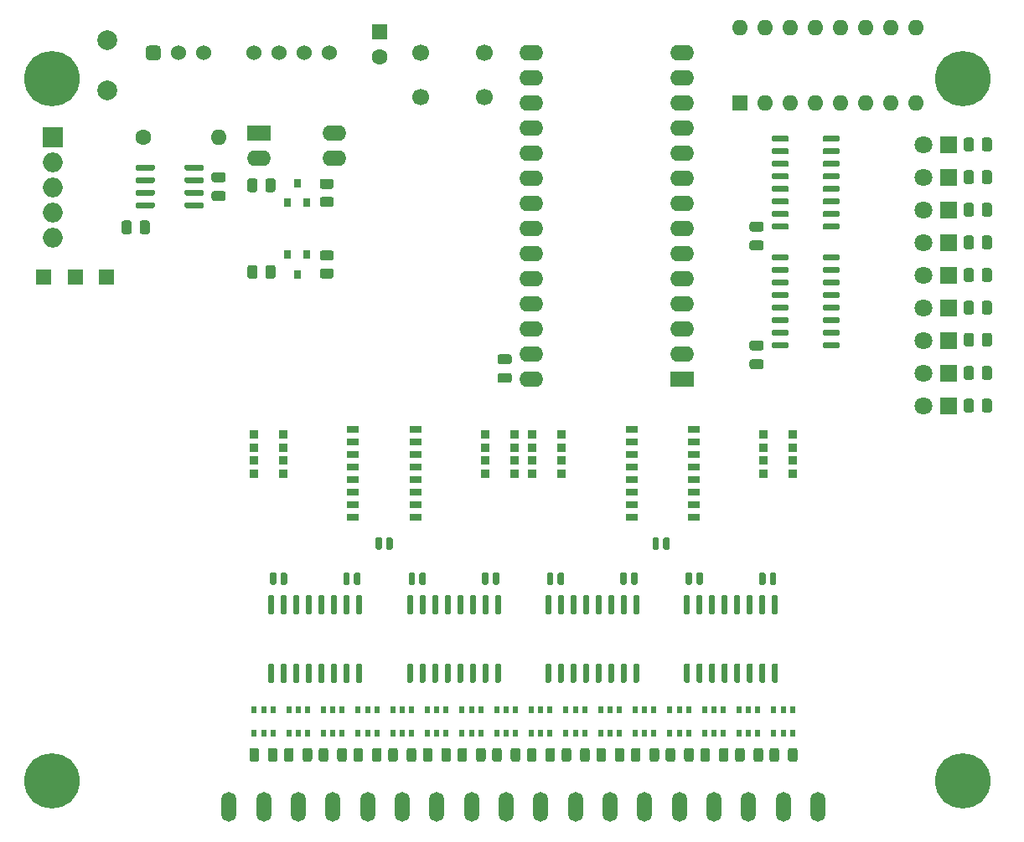
<source format=gts>
G04 #@! TF.GenerationSoftware,KiCad,Pcbnew,(5.1.9-0-10_14)*
G04 #@! TF.CreationDate,2023-02-04T12:07:43+01:00*
G04 #@! TF.ProjectId,SIM108,53494d31-3038-42e6-9b69-6361645f7063,221101*
G04 #@! TF.SameCoordinates,Original*
G04 #@! TF.FileFunction,Soldermask,Top*
G04 #@! TF.FilePolarity,Negative*
%FSLAX46Y46*%
G04 Gerber Fmt 4.6, Leading zero omitted, Abs format (unit mm)*
G04 Created by KiCad (PCBNEW (5.1.9-0-10_14)) date 2023-02-04 12:07:43*
%MOMM*%
%LPD*%
G01*
G04 APERTURE LIST*
%ADD10O,1.500000X3.000000*%
%ADD11R,1.300000X0.800000*%
%ADD12R,0.500000X0.800000*%
%ADD13R,0.900000X0.900000*%
%ADD14C,3.600000*%
%ADD15C,5.600000*%
%ADD16R,0.800000X0.900000*%
%ADD17O,1.600000X1.600000*%
%ADD18R,1.600000X1.600000*%
%ADD19R,1.500000X1.500000*%
%ADD20C,1.524000*%
%ADD21C,1.600000*%
%ADD22C,1.700000*%
%ADD23C,1.800000*%
%ADD24R,1.800000X1.800000*%
%ADD25O,2.000000X2.000000*%
%ADD26R,2.000000X2.000000*%
%ADD27O,2.400000X1.600000*%
%ADD28R,2.400000X1.600000*%
%ADD29C,2.000000*%
G04 APERTURE END LIST*
D10*
X213987100Y-40589200D03*
X210487100Y-40589200D03*
X206987100Y-40589200D03*
X203487100Y-40589200D03*
X199987100Y-40589200D03*
X196487100Y-40589200D03*
X192987100Y-40589200D03*
X189487100Y-40589200D03*
X185987100Y-40589200D03*
G36*
G01*
X210980400Y-35762250D02*
X210980400Y-34849750D01*
G75*
G02*
X211224150Y-34606000I243750J0D01*
G01*
X211711650Y-34606000D01*
G75*
G02*
X211955400Y-34849750I0J-243750D01*
G01*
X211955400Y-35762250D01*
G75*
G02*
X211711650Y-36006000I-243750J0D01*
G01*
X211224150Y-36006000D01*
G75*
G02*
X210980400Y-35762250I0J243750D01*
G01*
G37*
G36*
G01*
X209105400Y-35762250D02*
X209105400Y-34849750D01*
G75*
G02*
X209349150Y-34606000I243750J0D01*
G01*
X209836650Y-34606000D01*
G75*
G02*
X210080400Y-34849750I0J-243750D01*
G01*
X210080400Y-35762250D01*
G75*
G02*
X209836650Y-36006000I-243750J0D01*
G01*
X209349150Y-36006000D01*
G75*
G02*
X209105400Y-35762250I0J243750D01*
G01*
G37*
G36*
G01*
X207498300Y-35762250D02*
X207498300Y-34849750D01*
G75*
G02*
X207742050Y-34606000I243750J0D01*
G01*
X208229550Y-34606000D01*
G75*
G02*
X208473300Y-34849750I0J-243750D01*
G01*
X208473300Y-35762250D01*
G75*
G02*
X208229550Y-36006000I-243750J0D01*
G01*
X207742050Y-36006000D01*
G75*
G02*
X207498300Y-35762250I0J243750D01*
G01*
G37*
G36*
G01*
X205623300Y-35762250D02*
X205623300Y-34849750D01*
G75*
G02*
X205867050Y-34606000I243750J0D01*
G01*
X206354550Y-34606000D01*
G75*
G02*
X206598300Y-34849750I0J-243750D01*
G01*
X206598300Y-35762250D01*
G75*
G02*
X206354550Y-36006000I-243750J0D01*
G01*
X205867050Y-36006000D01*
G75*
G02*
X205623300Y-35762250I0J243750D01*
G01*
G37*
G36*
G01*
X203993100Y-35762250D02*
X203993100Y-34849750D01*
G75*
G02*
X204236850Y-34606000I243750J0D01*
G01*
X204724350Y-34606000D01*
G75*
G02*
X204968100Y-34849750I0J-243750D01*
G01*
X204968100Y-35762250D01*
G75*
G02*
X204724350Y-36006000I-243750J0D01*
G01*
X204236850Y-36006000D01*
G75*
G02*
X203993100Y-35762250I0J243750D01*
G01*
G37*
G36*
G01*
X202118100Y-35762250D02*
X202118100Y-34849750D01*
G75*
G02*
X202361850Y-34606000I243750J0D01*
G01*
X202849350Y-34606000D01*
G75*
G02*
X203093100Y-34849750I0J-243750D01*
G01*
X203093100Y-35762250D01*
G75*
G02*
X202849350Y-36006000I-243750J0D01*
G01*
X202361850Y-36006000D01*
G75*
G02*
X202118100Y-35762250I0J243750D01*
G01*
G37*
G36*
G01*
X200487900Y-35762250D02*
X200487900Y-34849750D01*
G75*
G02*
X200731650Y-34606000I243750J0D01*
G01*
X201219150Y-34606000D01*
G75*
G02*
X201462900Y-34849750I0J-243750D01*
G01*
X201462900Y-35762250D01*
G75*
G02*
X201219150Y-36006000I-243750J0D01*
G01*
X200731650Y-36006000D01*
G75*
G02*
X200487900Y-35762250I0J243750D01*
G01*
G37*
G36*
G01*
X198612900Y-35762250D02*
X198612900Y-34849750D01*
G75*
G02*
X198856650Y-34606000I243750J0D01*
G01*
X199344150Y-34606000D01*
G75*
G02*
X199587900Y-34849750I0J-243750D01*
G01*
X199587900Y-35762250D01*
G75*
G02*
X199344150Y-36006000I-243750J0D01*
G01*
X198856650Y-36006000D01*
G75*
G02*
X198612900Y-35762250I0J243750D01*
G01*
G37*
G36*
G01*
X196982700Y-35762250D02*
X196982700Y-34849750D01*
G75*
G02*
X197226450Y-34606000I243750J0D01*
G01*
X197713950Y-34606000D01*
G75*
G02*
X197957700Y-34849750I0J-243750D01*
G01*
X197957700Y-35762250D01*
G75*
G02*
X197713950Y-36006000I-243750J0D01*
G01*
X197226450Y-36006000D01*
G75*
G02*
X196982700Y-35762250I0J243750D01*
G01*
G37*
G36*
G01*
X195107700Y-35762250D02*
X195107700Y-34849750D01*
G75*
G02*
X195351450Y-34606000I243750J0D01*
G01*
X195838950Y-34606000D01*
G75*
G02*
X196082700Y-34849750I0J-243750D01*
G01*
X196082700Y-35762250D01*
G75*
G02*
X195838950Y-36006000I-243750J0D01*
G01*
X195351450Y-36006000D01*
G75*
G02*
X195107700Y-35762250I0J243750D01*
G01*
G37*
G36*
G01*
X193477500Y-35762250D02*
X193477500Y-34849750D01*
G75*
G02*
X193721250Y-34606000I243750J0D01*
G01*
X194208750Y-34606000D01*
G75*
G02*
X194452500Y-34849750I0J-243750D01*
G01*
X194452500Y-35762250D01*
G75*
G02*
X194208750Y-36006000I-243750J0D01*
G01*
X193721250Y-36006000D01*
G75*
G02*
X193477500Y-35762250I0J243750D01*
G01*
G37*
G36*
G01*
X191602500Y-35762250D02*
X191602500Y-34849750D01*
G75*
G02*
X191846250Y-34606000I243750J0D01*
G01*
X192333750Y-34606000D01*
G75*
G02*
X192577500Y-34849750I0J-243750D01*
G01*
X192577500Y-35762250D01*
G75*
G02*
X192333750Y-36006000I-243750J0D01*
G01*
X191846250Y-36006000D01*
G75*
G02*
X191602500Y-35762250I0J243750D01*
G01*
G37*
G36*
G01*
X189972300Y-35762250D02*
X189972300Y-34849750D01*
G75*
G02*
X190216050Y-34606000I243750J0D01*
G01*
X190703550Y-34606000D01*
G75*
G02*
X190947300Y-34849750I0J-243750D01*
G01*
X190947300Y-35762250D01*
G75*
G02*
X190703550Y-36006000I-243750J0D01*
G01*
X190216050Y-36006000D01*
G75*
G02*
X189972300Y-35762250I0J243750D01*
G01*
G37*
G36*
G01*
X188097300Y-35762250D02*
X188097300Y-34849750D01*
G75*
G02*
X188341050Y-34606000I243750J0D01*
G01*
X188828550Y-34606000D01*
G75*
G02*
X189072300Y-34849750I0J-243750D01*
G01*
X189072300Y-35762250D01*
G75*
G02*
X188828550Y-36006000I-243750J0D01*
G01*
X188341050Y-36006000D01*
G75*
G02*
X188097300Y-35762250I0J243750D01*
G01*
G37*
G36*
G01*
X186467100Y-35762250D02*
X186467100Y-34849750D01*
G75*
G02*
X186710850Y-34606000I243750J0D01*
G01*
X187198350Y-34606000D01*
G75*
G02*
X187442100Y-34849750I0J-243750D01*
G01*
X187442100Y-35762250D01*
G75*
G02*
X187198350Y-36006000I-243750J0D01*
G01*
X186710850Y-36006000D01*
G75*
G02*
X186467100Y-35762250I0J243750D01*
G01*
G37*
G36*
G01*
X184592100Y-35762250D02*
X184592100Y-34849750D01*
G75*
G02*
X184835850Y-34606000I243750J0D01*
G01*
X185323350Y-34606000D01*
G75*
G02*
X185567100Y-34849750I0J-243750D01*
G01*
X185567100Y-35762250D01*
G75*
G02*
X185323350Y-36006000I-243750J0D01*
G01*
X184835850Y-36006000D01*
G75*
G02*
X184592100Y-35762250I0J243750D01*
G01*
G37*
G36*
G01*
X182961900Y-35762250D02*
X182961900Y-34849750D01*
G75*
G02*
X183205650Y-34606000I243750J0D01*
G01*
X183693150Y-34606000D01*
G75*
G02*
X183936900Y-34849750I0J-243750D01*
G01*
X183936900Y-35762250D01*
G75*
G02*
X183693150Y-36006000I-243750J0D01*
G01*
X183205650Y-36006000D01*
G75*
G02*
X182961900Y-35762250I0J243750D01*
G01*
G37*
G36*
G01*
X181086900Y-35762250D02*
X181086900Y-34849750D01*
G75*
G02*
X181330650Y-34606000I243750J0D01*
G01*
X181818150Y-34606000D01*
G75*
G02*
X182061900Y-34849750I0J-243750D01*
G01*
X182061900Y-35762250D01*
G75*
G02*
X181818150Y-36006000I-243750J0D01*
G01*
X181330650Y-36006000D01*
G75*
G02*
X181086900Y-35762250I0J243750D01*
G01*
G37*
G36*
G01*
X179456700Y-35762250D02*
X179456700Y-34849750D01*
G75*
G02*
X179700450Y-34606000I243750J0D01*
G01*
X180187950Y-34606000D01*
G75*
G02*
X180431700Y-34849750I0J-243750D01*
G01*
X180431700Y-35762250D01*
G75*
G02*
X180187950Y-36006000I-243750J0D01*
G01*
X179700450Y-36006000D01*
G75*
G02*
X179456700Y-35762250I0J243750D01*
G01*
G37*
G36*
G01*
X177581700Y-35762250D02*
X177581700Y-34849750D01*
G75*
G02*
X177825450Y-34606000I243750J0D01*
G01*
X178312950Y-34606000D01*
G75*
G02*
X178556700Y-34849750I0J-243750D01*
G01*
X178556700Y-35762250D01*
G75*
G02*
X178312950Y-36006000I-243750J0D01*
G01*
X177825450Y-36006000D01*
G75*
G02*
X177581700Y-35762250I0J243750D01*
G01*
G37*
G36*
G01*
X175951500Y-35762250D02*
X175951500Y-34849750D01*
G75*
G02*
X176195250Y-34606000I243750J0D01*
G01*
X176682750Y-34606000D01*
G75*
G02*
X176926500Y-34849750I0J-243750D01*
G01*
X176926500Y-35762250D01*
G75*
G02*
X176682750Y-36006000I-243750J0D01*
G01*
X176195250Y-36006000D01*
G75*
G02*
X175951500Y-35762250I0J243750D01*
G01*
G37*
G36*
G01*
X174076500Y-35762250D02*
X174076500Y-34849750D01*
G75*
G02*
X174320250Y-34606000I243750J0D01*
G01*
X174807750Y-34606000D01*
G75*
G02*
X175051500Y-34849750I0J-243750D01*
G01*
X175051500Y-35762250D01*
G75*
G02*
X174807750Y-36006000I-243750J0D01*
G01*
X174320250Y-36006000D01*
G75*
G02*
X174076500Y-35762250I0J243750D01*
G01*
G37*
G36*
G01*
X172446300Y-35762250D02*
X172446300Y-34849750D01*
G75*
G02*
X172690050Y-34606000I243750J0D01*
G01*
X173177550Y-34606000D01*
G75*
G02*
X173421300Y-34849750I0J-243750D01*
G01*
X173421300Y-35762250D01*
G75*
G02*
X173177550Y-36006000I-243750J0D01*
G01*
X172690050Y-36006000D01*
G75*
G02*
X172446300Y-35762250I0J243750D01*
G01*
G37*
G36*
G01*
X170571300Y-35762250D02*
X170571300Y-34849750D01*
G75*
G02*
X170815050Y-34606000I243750J0D01*
G01*
X171302550Y-34606000D01*
G75*
G02*
X171546300Y-34849750I0J-243750D01*
G01*
X171546300Y-35762250D01*
G75*
G02*
X171302550Y-36006000I-243750J0D01*
G01*
X170815050Y-36006000D01*
G75*
G02*
X170571300Y-35762250I0J243750D01*
G01*
G37*
G36*
G01*
X168941100Y-35762250D02*
X168941100Y-34849750D01*
G75*
G02*
X169184850Y-34606000I243750J0D01*
G01*
X169672350Y-34606000D01*
G75*
G02*
X169916100Y-34849750I0J-243750D01*
G01*
X169916100Y-35762250D01*
G75*
G02*
X169672350Y-36006000I-243750J0D01*
G01*
X169184850Y-36006000D01*
G75*
G02*
X168941100Y-35762250I0J243750D01*
G01*
G37*
G36*
G01*
X167066100Y-35762250D02*
X167066100Y-34849750D01*
G75*
G02*
X167309850Y-34606000I243750J0D01*
G01*
X167797350Y-34606000D01*
G75*
G02*
X168041100Y-34849750I0J-243750D01*
G01*
X168041100Y-35762250D01*
G75*
G02*
X167797350Y-36006000I-243750J0D01*
G01*
X167309850Y-36006000D01*
G75*
G02*
X167066100Y-35762250I0J243750D01*
G01*
G37*
G36*
G01*
X165435900Y-35762250D02*
X165435900Y-34849750D01*
G75*
G02*
X165679650Y-34606000I243750J0D01*
G01*
X166167150Y-34606000D01*
G75*
G02*
X166410900Y-34849750I0J-243750D01*
G01*
X166410900Y-35762250D01*
G75*
G02*
X166167150Y-36006000I-243750J0D01*
G01*
X165679650Y-36006000D01*
G75*
G02*
X165435900Y-35762250I0J243750D01*
G01*
G37*
G36*
G01*
X163560900Y-35762250D02*
X163560900Y-34849750D01*
G75*
G02*
X163804650Y-34606000I243750J0D01*
G01*
X164292150Y-34606000D01*
G75*
G02*
X164535900Y-34849750I0J-243750D01*
G01*
X164535900Y-35762250D01*
G75*
G02*
X164292150Y-36006000I-243750J0D01*
G01*
X163804650Y-36006000D01*
G75*
G02*
X163560900Y-35762250I0J243750D01*
G01*
G37*
G36*
G01*
X161930700Y-35762250D02*
X161930700Y-34849750D01*
G75*
G02*
X162174450Y-34606000I243750J0D01*
G01*
X162661950Y-34606000D01*
G75*
G02*
X162905700Y-34849750I0J-243750D01*
G01*
X162905700Y-35762250D01*
G75*
G02*
X162661950Y-36006000I-243750J0D01*
G01*
X162174450Y-36006000D01*
G75*
G02*
X161930700Y-35762250I0J243750D01*
G01*
G37*
G36*
G01*
X160055700Y-35762250D02*
X160055700Y-34849750D01*
G75*
G02*
X160299450Y-34606000I243750J0D01*
G01*
X160786950Y-34606000D01*
G75*
G02*
X161030700Y-34849750I0J-243750D01*
G01*
X161030700Y-35762250D01*
G75*
G02*
X160786950Y-36006000I-243750J0D01*
G01*
X160299450Y-36006000D01*
G75*
G02*
X160055700Y-35762250I0J243750D01*
G01*
G37*
G36*
G01*
X158425500Y-35762250D02*
X158425500Y-34849750D01*
G75*
G02*
X158669250Y-34606000I243750J0D01*
G01*
X159156750Y-34606000D01*
G75*
G02*
X159400500Y-34849750I0J-243750D01*
G01*
X159400500Y-35762250D01*
G75*
G02*
X159156750Y-36006000I-243750J0D01*
G01*
X158669250Y-36006000D01*
G75*
G02*
X158425500Y-35762250I0J243750D01*
G01*
G37*
G36*
G01*
X156550500Y-35762250D02*
X156550500Y-34849750D01*
G75*
G02*
X156794250Y-34606000I243750J0D01*
G01*
X157281750Y-34606000D01*
G75*
G02*
X157525500Y-34849750I0J-243750D01*
G01*
X157525500Y-35762250D01*
G75*
G02*
X157281750Y-36006000I-243750J0D01*
G01*
X156794250Y-36006000D01*
G75*
G02*
X156550500Y-35762250I0J243750D01*
G01*
G37*
D11*
X195160700Y-11257200D03*
X195160700Y-9977200D03*
X195160700Y-8717200D03*
X195160700Y-7447200D03*
X195160700Y-6167200D03*
X195160700Y-4897200D03*
X195160700Y-3637200D03*
X195160700Y-2357200D03*
X201460700Y-2357200D03*
X201460700Y-3637200D03*
X201460700Y-4897200D03*
X201460700Y-6167200D03*
X201460700Y-7447200D03*
X201460700Y-8717200D03*
X201460700Y-9977200D03*
X201460700Y-11257200D03*
D12*
X209537100Y-30709200D03*
X209537100Y-33109200D03*
X210487100Y-30709200D03*
X210487100Y-33109200D03*
X211437100Y-30709200D03*
X211437100Y-33109200D03*
X206037100Y-30709200D03*
X206037100Y-33109200D03*
X206987100Y-30709200D03*
X206987100Y-33109200D03*
X207937100Y-30709200D03*
X207937100Y-33109200D03*
X202537100Y-30709200D03*
X202537100Y-33109200D03*
X203487100Y-30709200D03*
X203487100Y-33109200D03*
X204437100Y-30709200D03*
X204437100Y-33109200D03*
X199037100Y-30709200D03*
X199037100Y-33109200D03*
X199987100Y-30709200D03*
X199987100Y-33109200D03*
X200937100Y-30709200D03*
X200937100Y-33109200D03*
X195537100Y-30709200D03*
X195537100Y-33109200D03*
X196487100Y-30709200D03*
X196487100Y-33109200D03*
X197437100Y-30709200D03*
X197437100Y-33109200D03*
X192037100Y-30709200D03*
X192037100Y-33109200D03*
X192987100Y-30709200D03*
X192987100Y-33109200D03*
X193937100Y-30709200D03*
X193937100Y-33109200D03*
X188537100Y-30709200D03*
X188537100Y-33109200D03*
X189487100Y-30709200D03*
X189487100Y-33109200D03*
X190437100Y-30709200D03*
X190437100Y-33109200D03*
X185037100Y-30709200D03*
X185037100Y-33109200D03*
X185987100Y-30709200D03*
X185987100Y-33109200D03*
X186937100Y-30709200D03*
X186937100Y-33109200D03*
X181541100Y-30709200D03*
X181541100Y-33109200D03*
X182491100Y-30709200D03*
X182491100Y-33109200D03*
X183441100Y-30709200D03*
X183441100Y-33109200D03*
X178041100Y-30709200D03*
X178041100Y-33109200D03*
X178991100Y-30709200D03*
X178991100Y-33109200D03*
X179941100Y-30709200D03*
X179941100Y-33109200D03*
X174541100Y-30709200D03*
X174541100Y-33109200D03*
X175491100Y-30709200D03*
X175491100Y-33109200D03*
X176441100Y-30709200D03*
X176441100Y-33109200D03*
X171041100Y-30709200D03*
X171041100Y-33109200D03*
X171991100Y-30709200D03*
X171991100Y-33109200D03*
X172941100Y-30709200D03*
X172941100Y-33109200D03*
X167541100Y-30709200D03*
X167541100Y-33109200D03*
X168491100Y-30709200D03*
X168491100Y-33109200D03*
X169441100Y-30709200D03*
X169441100Y-33109200D03*
X164041100Y-30709200D03*
X164041100Y-33109200D03*
X164991100Y-30709200D03*
X164991100Y-33109200D03*
X165941100Y-30709200D03*
X165941100Y-33109200D03*
X160541100Y-30709200D03*
X160541100Y-33109200D03*
X161491100Y-30709200D03*
X161491100Y-33109200D03*
X162441100Y-30709200D03*
X162441100Y-33109200D03*
X157041100Y-30709200D03*
X157041100Y-33109200D03*
X157991100Y-30709200D03*
X157991100Y-33109200D03*
X158941100Y-30709200D03*
X158941100Y-33109200D03*
D10*
X182491100Y-40589200D03*
X178991100Y-40589200D03*
X175491100Y-40589200D03*
X171991100Y-40589200D03*
X168491100Y-40589200D03*
X164991100Y-40589200D03*
X161491100Y-40589200D03*
X157991100Y-40589200D03*
X154491100Y-40589200D03*
G36*
G01*
X200924500Y-21096200D02*
X200624500Y-21096200D01*
G75*
G02*
X200474500Y-20946200I0J150000D01*
G01*
X200474500Y-19271200D01*
G75*
G02*
X200624500Y-19121200I150000J0D01*
G01*
X200924500Y-19121200D01*
G75*
G02*
X201074500Y-19271200I0J-150000D01*
G01*
X201074500Y-20946200D01*
G75*
G02*
X200924500Y-21096200I-150000J0D01*
G01*
G37*
G36*
G01*
X202194500Y-21096200D02*
X201894500Y-21096200D01*
G75*
G02*
X201744500Y-20946200I0J150000D01*
G01*
X201744500Y-19271200D01*
G75*
G02*
X201894500Y-19121200I150000J0D01*
G01*
X202194500Y-19121200D01*
G75*
G02*
X202344500Y-19271200I0J-150000D01*
G01*
X202344500Y-20946200D01*
G75*
G02*
X202194500Y-21096200I-150000J0D01*
G01*
G37*
G36*
G01*
X203464500Y-21096200D02*
X203164500Y-21096200D01*
G75*
G02*
X203014500Y-20946200I0J150000D01*
G01*
X203014500Y-19271200D01*
G75*
G02*
X203164500Y-19121200I150000J0D01*
G01*
X203464500Y-19121200D01*
G75*
G02*
X203614500Y-19271200I0J-150000D01*
G01*
X203614500Y-20946200D01*
G75*
G02*
X203464500Y-21096200I-150000J0D01*
G01*
G37*
G36*
G01*
X204734500Y-21096200D02*
X204434500Y-21096200D01*
G75*
G02*
X204284500Y-20946200I0J150000D01*
G01*
X204284500Y-19271200D01*
G75*
G02*
X204434500Y-19121200I150000J0D01*
G01*
X204734500Y-19121200D01*
G75*
G02*
X204884500Y-19271200I0J-150000D01*
G01*
X204884500Y-20946200D01*
G75*
G02*
X204734500Y-21096200I-150000J0D01*
G01*
G37*
G36*
G01*
X206004500Y-21096200D02*
X205704500Y-21096200D01*
G75*
G02*
X205554500Y-20946200I0J150000D01*
G01*
X205554500Y-19271200D01*
G75*
G02*
X205704500Y-19121200I150000J0D01*
G01*
X206004500Y-19121200D01*
G75*
G02*
X206154500Y-19271200I0J-150000D01*
G01*
X206154500Y-20946200D01*
G75*
G02*
X206004500Y-21096200I-150000J0D01*
G01*
G37*
G36*
G01*
X207274500Y-21096200D02*
X206974500Y-21096200D01*
G75*
G02*
X206824500Y-20946200I0J150000D01*
G01*
X206824500Y-19271200D01*
G75*
G02*
X206974500Y-19121200I150000J0D01*
G01*
X207274500Y-19121200D01*
G75*
G02*
X207424500Y-19271200I0J-150000D01*
G01*
X207424500Y-20946200D01*
G75*
G02*
X207274500Y-21096200I-150000J0D01*
G01*
G37*
G36*
G01*
X208544500Y-21096200D02*
X208244500Y-21096200D01*
G75*
G02*
X208094500Y-20946200I0J150000D01*
G01*
X208094500Y-19271200D01*
G75*
G02*
X208244500Y-19121200I150000J0D01*
G01*
X208544500Y-19121200D01*
G75*
G02*
X208694500Y-19271200I0J-150000D01*
G01*
X208694500Y-20946200D01*
G75*
G02*
X208544500Y-21096200I-150000J0D01*
G01*
G37*
G36*
G01*
X209814500Y-21096200D02*
X209514500Y-21096200D01*
G75*
G02*
X209364500Y-20946200I0J150000D01*
G01*
X209364500Y-19271200D01*
G75*
G02*
X209514500Y-19121200I150000J0D01*
G01*
X209814500Y-19121200D01*
G75*
G02*
X209964500Y-19271200I0J-150000D01*
G01*
X209964500Y-20946200D01*
G75*
G02*
X209814500Y-21096200I-150000J0D01*
G01*
G37*
G36*
G01*
X209814500Y-28021200D02*
X209514500Y-28021200D01*
G75*
G02*
X209364500Y-27871200I0J150000D01*
G01*
X209364500Y-26196200D01*
G75*
G02*
X209514500Y-26046200I150000J0D01*
G01*
X209814500Y-26046200D01*
G75*
G02*
X209964500Y-26196200I0J-150000D01*
G01*
X209964500Y-27871200D01*
G75*
G02*
X209814500Y-28021200I-150000J0D01*
G01*
G37*
G36*
G01*
X208544500Y-28021200D02*
X208244500Y-28021200D01*
G75*
G02*
X208094500Y-27871200I0J150000D01*
G01*
X208094500Y-26196200D01*
G75*
G02*
X208244500Y-26046200I150000J0D01*
G01*
X208544500Y-26046200D01*
G75*
G02*
X208694500Y-26196200I0J-150000D01*
G01*
X208694500Y-27871200D01*
G75*
G02*
X208544500Y-28021200I-150000J0D01*
G01*
G37*
G36*
G01*
X207274500Y-28021200D02*
X206974500Y-28021200D01*
G75*
G02*
X206824500Y-27871200I0J150000D01*
G01*
X206824500Y-26196200D01*
G75*
G02*
X206974500Y-26046200I150000J0D01*
G01*
X207274500Y-26046200D01*
G75*
G02*
X207424500Y-26196200I0J-150000D01*
G01*
X207424500Y-27871200D01*
G75*
G02*
X207274500Y-28021200I-150000J0D01*
G01*
G37*
G36*
G01*
X206004500Y-28021200D02*
X205704500Y-28021200D01*
G75*
G02*
X205554500Y-27871200I0J150000D01*
G01*
X205554500Y-26196200D01*
G75*
G02*
X205704500Y-26046200I150000J0D01*
G01*
X206004500Y-26046200D01*
G75*
G02*
X206154500Y-26196200I0J-150000D01*
G01*
X206154500Y-27871200D01*
G75*
G02*
X206004500Y-28021200I-150000J0D01*
G01*
G37*
G36*
G01*
X204734500Y-28021200D02*
X204434500Y-28021200D01*
G75*
G02*
X204284500Y-27871200I0J150000D01*
G01*
X204284500Y-26196200D01*
G75*
G02*
X204434500Y-26046200I150000J0D01*
G01*
X204734500Y-26046200D01*
G75*
G02*
X204884500Y-26196200I0J-150000D01*
G01*
X204884500Y-27871200D01*
G75*
G02*
X204734500Y-28021200I-150000J0D01*
G01*
G37*
G36*
G01*
X203464500Y-28021200D02*
X203164500Y-28021200D01*
G75*
G02*
X203014500Y-27871200I0J150000D01*
G01*
X203014500Y-26196200D01*
G75*
G02*
X203164500Y-26046200I150000J0D01*
G01*
X203464500Y-26046200D01*
G75*
G02*
X203614500Y-26196200I0J-150000D01*
G01*
X203614500Y-27871200D01*
G75*
G02*
X203464500Y-28021200I-150000J0D01*
G01*
G37*
G36*
G01*
X202194500Y-28021200D02*
X201894500Y-28021200D01*
G75*
G02*
X201744500Y-27871200I0J150000D01*
G01*
X201744500Y-26196200D01*
G75*
G02*
X201894500Y-26046200I150000J0D01*
G01*
X202194500Y-26046200D01*
G75*
G02*
X202344500Y-26196200I0J-150000D01*
G01*
X202344500Y-27871200D01*
G75*
G02*
X202194500Y-28021200I-150000J0D01*
G01*
G37*
G36*
G01*
X200924500Y-28021200D02*
X200624500Y-28021200D01*
G75*
G02*
X200474500Y-27871200I0J150000D01*
G01*
X200474500Y-26196200D01*
G75*
G02*
X200624500Y-26046200I150000J0D01*
G01*
X200924500Y-26046200D01*
G75*
G02*
X201074500Y-26196200I0J-150000D01*
G01*
X201074500Y-27871200D01*
G75*
G02*
X200924500Y-28021200I-150000J0D01*
G01*
G37*
G36*
G01*
X186903700Y-21096200D02*
X186603700Y-21096200D01*
G75*
G02*
X186453700Y-20946200I0J150000D01*
G01*
X186453700Y-19271200D01*
G75*
G02*
X186603700Y-19121200I150000J0D01*
G01*
X186903700Y-19121200D01*
G75*
G02*
X187053700Y-19271200I0J-150000D01*
G01*
X187053700Y-20946200D01*
G75*
G02*
X186903700Y-21096200I-150000J0D01*
G01*
G37*
G36*
G01*
X188173700Y-21096200D02*
X187873700Y-21096200D01*
G75*
G02*
X187723700Y-20946200I0J150000D01*
G01*
X187723700Y-19271200D01*
G75*
G02*
X187873700Y-19121200I150000J0D01*
G01*
X188173700Y-19121200D01*
G75*
G02*
X188323700Y-19271200I0J-150000D01*
G01*
X188323700Y-20946200D01*
G75*
G02*
X188173700Y-21096200I-150000J0D01*
G01*
G37*
G36*
G01*
X189443700Y-21096200D02*
X189143700Y-21096200D01*
G75*
G02*
X188993700Y-20946200I0J150000D01*
G01*
X188993700Y-19271200D01*
G75*
G02*
X189143700Y-19121200I150000J0D01*
G01*
X189443700Y-19121200D01*
G75*
G02*
X189593700Y-19271200I0J-150000D01*
G01*
X189593700Y-20946200D01*
G75*
G02*
X189443700Y-21096200I-150000J0D01*
G01*
G37*
G36*
G01*
X190713700Y-21096200D02*
X190413700Y-21096200D01*
G75*
G02*
X190263700Y-20946200I0J150000D01*
G01*
X190263700Y-19271200D01*
G75*
G02*
X190413700Y-19121200I150000J0D01*
G01*
X190713700Y-19121200D01*
G75*
G02*
X190863700Y-19271200I0J-150000D01*
G01*
X190863700Y-20946200D01*
G75*
G02*
X190713700Y-21096200I-150000J0D01*
G01*
G37*
G36*
G01*
X191983700Y-21096200D02*
X191683700Y-21096200D01*
G75*
G02*
X191533700Y-20946200I0J150000D01*
G01*
X191533700Y-19271200D01*
G75*
G02*
X191683700Y-19121200I150000J0D01*
G01*
X191983700Y-19121200D01*
G75*
G02*
X192133700Y-19271200I0J-150000D01*
G01*
X192133700Y-20946200D01*
G75*
G02*
X191983700Y-21096200I-150000J0D01*
G01*
G37*
G36*
G01*
X193253700Y-21096200D02*
X192953700Y-21096200D01*
G75*
G02*
X192803700Y-20946200I0J150000D01*
G01*
X192803700Y-19271200D01*
G75*
G02*
X192953700Y-19121200I150000J0D01*
G01*
X193253700Y-19121200D01*
G75*
G02*
X193403700Y-19271200I0J-150000D01*
G01*
X193403700Y-20946200D01*
G75*
G02*
X193253700Y-21096200I-150000J0D01*
G01*
G37*
G36*
G01*
X194523700Y-21096200D02*
X194223700Y-21096200D01*
G75*
G02*
X194073700Y-20946200I0J150000D01*
G01*
X194073700Y-19271200D01*
G75*
G02*
X194223700Y-19121200I150000J0D01*
G01*
X194523700Y-19121200D01*
G75*
G02*
X194673700Y-19271200I0J-150000D01*
G01*
X194673700Y-20946200D01*
G75*
G02*
X194523700Y-21096200I-150000J0D01*
G01*
G37*
G36*
G01*
X195793700Y-21096200D02*
X195493700Y-21096200D01*
G75*
G02*
X195343700Y-20946200I0J150000D01*
G01*
X195343700Y-19271200D01*
G75*
G02*
X195493700Y-19121200I150000J0D01*
G01*
X195793700Y-19121200D01*
G75*
G02*
X195943700Y-19271200I0J-150000D01*
G01*
X195943700Y-20946200D01*
G75*
G02*
X195793700Y-21096200I-150000J0D01*
G01*
G37*
G36*
G01*
X195793700Y-28021200D02*
X195493700Y-28021200D01*
G75*
G02*
X195343700Y-27871200I0J150000D01*
G01*
X195343700Y-26196200D01*
G75*
G02*
X195493700Y-26046200I150000J0D01*
G01*
X195793700Y-26046200D01*
G75*
G02*
X195943700Y-26196200I0J-150000D01*
G01*
X195943700Y-27871200D01*
G75*
G02*
X195793700Y-28021200I-150000J0D01*
G01*
G37*
G36*
G01*
X194523700Y-28021200D02*
X194223700Y-28021200D01*
G75*
G02*
X194073700Y-27871200I0J150000D01*
G01*
X194073700Y-26196200D01*
G75*
G02*
X194223700Y-26046200I150000J0D01*
G01*
X194523700Y-26046200D01*
G75*
G02*
X194673700Y-26196200I0J-150000D01*
G01*
X194673700Y-27871200D01*
G75*
G02*
X194523700Y-28021200I-150000J0D01*
G01*
G37*
G36*
G01*
X193253700Y-28021200D02*
X192953700Y-28021200D01*
G75*
G02*
X192803700Y-27871200I0J150000D01*
G01*
X192803700Y-26196200D01*
G75*
G02*
X192953700Y-26046200I150000J0D01*
G01*
X193253700Y-26046200D01*
G75*
G02*
X193403700Y-26196200I0J-150000D01*
G01*
X193403700Y-27871200D01*
G75*
G02*
X193253700Y-28021200I-150000J0D01*
G01*
G37*
G36*
G01*
X191983700Y-28021200D02*
X191683700Y-28021200D01*
G75*
G02*
X191533700Y-27871200I0J150000D01*
G01*
X191533700Y-26196200D01*
G75*
G02*
X191683700Y-26046200I150000J0D01*
G01*
X191983700Y-26046200D01*
G75*
G02*
X192133700Y-26196200I0J-150000D01*
G01*
X192133700Y-27871200D01*
G75*
G02*
X191983700Y-28021200I-150000J0D01*
G01*
G37*
G36*
G01*
X190713700Y-28021200D02*
X190413700Y-28021200D01*
G75*
G02*
X190263700Y-27871200I0J150000D01*
G01*
X190263700Y-26196200D01*
G75*
G02*
X190413700Y-26046200I150000J0D01*
G01*
X190713700Y-26046200D01*
G75*
G02*
X190863700Y-26196200I0J-150000D01*
G01*
X190863700Y-27871200D01*
G75*
G02*
X190713700Y-28021200I-150000J0D01*
G01*
G37*
G36*
G01*
X189443700Y-28021200D02*
X189143700Y-28021200D01*
G75*
G02*
X188993700Y-27871200I0J150000D01*
G01*
X188993700Y-26196200D01*
G75*
G02*
X189143700Y-26046200I150000J0D01*
G01*
X189443700Y-26046200D01*
G75*
G02*
X189593700Y-26196200I0J-150000D01*
G01*
X189593700Y-27871200D01*
G75*
G02*
X189443700Y-28021200I-150000J0D01*
G01*
G37*
G36*
G01*
X188173700Y-28021200D02*
X187873700Y-28021200D01*
G75*
G02*
X187723700Y-27871200I0J150000D01*
G01*
X187723700Y-26196200D01*
G75*
G02*
X187873700Y-26046200I150000J0D01*
G01*
X188173700Y-26046200D01*
G75*
G02*
X188323700Y-26196200I0J-150000D01*
G01*
X188323700Y-27871200D01*
G75*
G02*
X188173700Y-28021200I-150000J0D01*
G01*
G37*
G36*
G01*
X186903700Y-28021200D02*
X186603700Y-28021200D01*
G75*
G02*
X186453700Y-27871200I0J150000D01*
G01*
X186453700Y-26196200D01*
G75*
G02*
X186603700Y-26046200I150000J0D01*
G01*
X186903700Y-26046200D01*
G75*
G02*
X187053700Y-26196200I0J-150000D01*
G01*
X187053700Y-27871200D01*
G75*
G02*
X186903700Y-28021200I-150000J0D01*
G01*
G37*
D13*
X211497400Y-5536800D03*
X211497400Y-6876800D03*
X211497400Y-2876800D03*
X211497400Y-4216800D03*
X208497400Y-5536800D03*
X208497400Y-4216800D03*
X208497400Y-6876800D03*
X208497400Y-2876800D03*
X185126700Y-4216800D03*
X185126700Y-2876800D03*
X185126700Y-6876800D03*
X185126700Y-5536800D03*
X188126700Y-4216800D03*
X188126700Y-5536800D03*
X188126700Y-2876800D03*
X188126700Y-6876800D03*
X183351500Y-5536800D03*
X183351500Y-6876800D03*
X183351500Y-2876800D03*
X183351500Y-4216800D03*
X180351500Y-5536800D03*
X180351500Y-4216800D03*
X180351500Y-6876800D03*
X180351500Y-2876800D03*
G36*
G01*
X181147100Y-17950200D02*
X181147100Y-17000200D01*
G75*
G02*
X181312100Y-16835200I165000J0D01*
G01*
X181642100Y-16835200D01*
G75*
G02*
X181807100Y-17000200I0J-165000D01*
G01*
X181807100Y-17950200D01*
G75*
G02*
X181642100Y-18115200I-165000J0D01*
G01*
X181312100Y-18115200D01*
G75*
G02*
X181147100Y-17950200I0J165000D01*
G01*
G37*
G36*
G01*
X180067100Y-17950200D02*
X180067100Y-17000200D01*
G75*
G02*
X180232100Y-16835200I165000J0D01*
G01*
X180562100Y-16835200D01*
G75*
G02*
X180727100Y-17000200I0J-165000D01*
G01*
X180727100Y-17950200D01*
G75*
G02*
X180562100Y-18115200I-165000J0D01*
G01*
X180232100Y-18115200D01*
G75*
G02*
X180067100Y-17950200I0J165000D01*
G01*
G37*
X156983500Y-4216800D03*
X156983500Y-2876800D03*
X156983500Y-6876800D03*
X156983500Y-5536800D03*
X159983500Y-4216800D03*
X159983500Y-5536800D03*
X159983500Y-2876800D03*
X159983500Y-6876800D03*
G36*
G01*
X158912900Y-21096200D02*
X158612900Y-21096200D01*
G75*
G02*
X158462900Y-20946200I0J150000D01*
G01*
X158462900Y-19271200D01*
G75*
G02*
X158612900Y-19121200I150000J0D01*
G01*
X158912900Y-19121200D01*
G75*
G02*
X159062900Y-19271200I0J-150000D01*
G01*
X159062900Y-20946200D01*
G75*
G02*
X158912900Y-21096200I-150000J0D01*
G01*
G37*
G36*
G01*
X160182900Y-21096200D02*
X159882900Y-21096200D01*
G75*
G02*
X159732900Y-20946200I0J150000D01*
G01*
X159732900Y-19271200D01*
G75*
G02*
X159882900Y-19121200I150000J0D01*
G01*
X160182900Y-19121200D01*
G75*
G02*
X160332900Y-19271200I0J-150000D01*
G01*
X160332900Y-20946200D01*
G75*
G02*
X160182900Y-21096200I-150000J0D01*
G01*
G37*
G36*
G01*
X161452900Y-21096200D02*
X161152900Y-21096200D01*
G75*
G02*
X161002900Y-20946200I0J150000D01*
G01*
X161002900Y-19271200D01*
G75*
G02*
X161152900Y-19121200I150000J0D01*
G01*
X161452900Y-19121200D01*
G75*
G02*
X161602900Y-19271200I0J-150000D01*
G01*
X161602900Y-20946200D01*
G75*
G02*
X161452900Y-21096200I-150000J0D01*
G01*
G37*
G36*
G01*
X162722900Y-21096200D02*
X162422900Y-21096200D01*
G75*
G02*
X162272900Y-20946200I0J150000D01*
G01*
X162272900Y-19271200D01*
G75*
G02*
X162422900Y-19121200I150000J0D01*
G01*
X162722900Y-19121200D01*
G75*
G02*
X162872900Y-19271200I0J-150000D01*
G01*
X162872900Y-20946200D01*
G75*
G02*
X162722900Y-21096200I-150000J0D01*
G01*
G37*
G36*
G01*
X163992900Y-21096200D02*
X163692900Y-21096200D01*
G75*
G02*
X163542900Y-20946200I0J150000D01*
G01*
X163542900Y-19271200D01*
G75*
G02*
X163692900Y-19121200I150000J0D01*
G01*
X163992900Y-19121200D01*
G75*
G02*
X164142900Y-19271200I0J-150000D01*
G01*
X164142900Y-20946200D01*
G75*
G02*
X163992900Y-21096200I-150000J0D01*
G01*
G37*
G36*
G01*
X165262900Y-21096200D02*
X164962900Y-21096200D01*
G75*
G02*
X164812900Y-20946200I0J150000D01*
G01*
X164812900Y-19271200D01*
G75*
G02*
X164962900Y-19121200I150000J0D01*
G01*
X165262900Y-19121200D01*
G75*
G02*
X165412900Y-19271200I0J-150000D01*
G01*
X165412900Y-20946200D01*
G75*
G02*
X165262900Y-21096200I-150000J0D01*
G01*
G37*
G36*
G01*
X166532900Y-21096200D02*
X166232900Y-21096200D01*
G75*
G02*
X166082900Y-20946200I0J150000D01*
G01*
X166082900Y-19271200D01*
G75*
G02*
X166232900Y-19121200I150000J0D01*
G01*
X166532900Y-19121200D01*
G75*
G02*
X166682900Y-19271200I0J-150000D01*
G01*
X166682900Y-20946200D01*
G75*
G02*
X166532900Y-21096200I-150000J0D01*
G01*
G37*
G36*
G01*
X167802900Y-21096200D02*
X167502900Y-21096200D01*
G75*
G02*
X167352900Y-20946200I0J150000D01*
G01*
X167352900Y-19271200D01*
G75*
G02*
X167502900Y-19121200I150000J0D01*
G01*
X167802900Y-19121200D01*
G75*
G02*
X167952900Y-19271200I0J-150000D01*
G01*
X167952900Y-20946200D01*
G75*
G02*
X167802900Y-21096200I-150000J0D01*
G01*
G37*
G36*
G01*
X167802900Y-28021200D02*
X167502900Y-28021200D01*
G75*
G02*
X167352900Y-27871200I0J150000D01*
G01*
X167352900Y-26196200D01*
G75*
G02*
X167502900Y-26046200I150000J0D01*
G01*
X167802900Y-26046200D01*
G75*
G02*
X167952900Y-26196200I0J-150000D01*
G01*
X167952900Y-27871200D01*
G75*
G02*
X167802900Y-28021200I-150000J0D01*
G01*
G37*
G36*
G01*
X166532900Y-28021200D02*
X166232900Y-28021200D01*
G75*
G02*
X166082900Y-27871200I0J150000D01*
G01*
X166082900Y-26196200D01*
G75*
G02*
X166232900Y-26046200I150000J0D01*
G01*
X166532900Y-26046200D01*
G75*
G02*
X166682900Y-26196200I0J-150000D01*
G01*
X166682900Y-27871200D01*
G75*
G02*
X166532900Y-28021200I-150000J0D01*
G01*
G37*
G36*
G01*
X165262900Y-28021200D02*
X164962900Y-28021200D01*
G75*
G02*
X164812900Y-27871200I0J150000D01*
G01*
X164812900Y-26196200D01*
G75*
G02*
X164962900Y-26046200I150000J0D01*
G01*
X165262900Y-26046200D01*
G75*
G02*
X165412900Y-26196200I0J-150000D01*
G01*
X165412900Y-27871200D01*
G75*
G02*
X165262900Y-28021200I-150000J0D01*
G01*
G37*
G36*
G01*
X163992900Y-28021200D02*
X163692900Y-28021200D01*
G75*
G02*
X163542900Y-27871200I0J150000D01*
G01*
X163542900Y-26196200D01*
G75*
G02*
X163692900Y-26046200I150000J0D01*
G01*
X163992900Y-26046200D01*
G75*
G02*
X164142900Y-26196200I0J-150000D01*
G01*
X164142900Y-27871200D01*
G75*
G02*
X163992900Y-28021200I-150000J0D01*
G01*
G37*
G36*
G01*
X162722900Y-28021200D02*
X162422900Y-28021200D01*
G75*
G02*
X162272900Y-27871200I0J150000D01*
G01*
X162272900Y-26196200D01*
G75*
G02*
X162422900Y-26046200I150000J0D01*
G01*
X162722900Y-26046200D01*
G75*
G02*
X162872900Y-26196200I0J-150000D01*
G01*
X162872900Y-27871200D01*
G75*
G02*
X162722900Y-28021200I-150000J0D01*
G01*
G37*
G36*
G01*
X161452900Y-28021200D02*
X161152900Y-28021200D01*
G75*
G02*
X161002900Y-27871200I0J150000D01*
G01*
X161002900Y-26196200D01*
G75*
G02*
X161152900Y-26046200I150000J0D01*
G01*
X161452900Y-26046200D01*
G75*
G02*
X161602900Y-26196200I0J-150000D01*
G01*
X161602900Y-27871200D01*
G75*
G02*
X161452900Y-28021200I-150000J0D01*
G01*
G37*
G36*
G01*
X160182900Y-28021200D02*
X159882900Y-28021200D01*
G75*
G02*
X159732900Y-27871200I0J150000D01*
G01*
X159732900Y-26196200D01*
G75*
G02*
X159882900Y-26046200I150000J0D01*
G01*
X160182900Y-26046200D01*
G75*
G02*
X160332900Y-26196200I0J-150000D01*
G01*
X160332900Y-27871200D01*
G75*
G02*
X160182900Y-28021200I-150000J0D01*
G01*
G37*
G36*
G01*
X158912900Y-28021200D02*
X158612900Y-28021200D01*
G75*
G02*
X158462900Y-27871200I0J150000D01*
G01*
X158462900Y-26196200D01*
G75*
G02*
X158612900Y-26046200I150000J0D01*
G01*
X158912900Y-26046200D01*
G75*
G02*
X159062900Y-26196200I0J-150000D01*
G01*
X159062900Y-27871200D01*
G75*
G02*
X158912900Y-28021200I-150000J0D01*
G01*
G37*
G36*
G01*
X173310300Y-17000200D02*
X173310300Y-17950200D01*
G75*
G02*
X173145300Y-18115200I-165000J0D01*
G01*
X172815300Y-18115200D01*
G75*
G02*
X172650300Y-17950200I0J165000D01*
G01*
X172650300Y-17000200D01*
G75*
G02*
X172815300Y-16835200I165000J0D01*
G01*
X173145300Y-16835200D01*
G75*
G02*
X173310300Y-17000200I0J-165000D01*
G01*
G37*
G36*
G01*
X174390300Y-17000200D02*
X174390300Y-17950200D01*
G75*
G02*
X174225300Y-18115200I-165000J0D01*
G01*
X173895300Y-18115200D01*
G75*
G02*
X173730300Y-17950200I0J165000D01*
G01*
X173730300Y-17000200D01*
G75*
G02*
X173895300Y-16835200I165000J0D01*
G01*
X174225300Y-16835200D01*
G75*
G02*
X174390300Y-17000200I0J-165000D01*
G01*
G37*
G36*
G01*
X170377500Y-14394200D02*
X170377500Y-13444200D01*
G75*
G02*
X170542500Y-13279200I165000J0D01*
G01*
X170872500Y-13279200D01*
G75*
G02*
X171037500Y-13444200I0J-165000D01*
G01*
X171037500Y-14394200D01*
G75*
G02*
X170872500Y-14559200I-165000J0D01*
G01*
X170542500Y-14559200D01*
G75*
G02*
X170377500Y-14394200I0J165000D01*
G01*
G37*
G36*
G01*
X169297500Y-14394200D02*
X169297500Y-13444200D01*
G75*
G02*
X169462500Y-13279200I165000J0D01*
G01*
X169792500Y-13279200D01*
G75*
G02*
X169957500Y-13444200I0J-165000D01*
G01*
X169957500Y-14394200D01*
G75*
G02*
X169792500Y-14559200I-165000J0D01*
G01*
X169462500Y-14559200D01*
G75*
G02*
X169297500Y-14394200I0J165000D01*
G01*
G37*
G36*
G01*
X198368300Y-14394200D02*
X198368300Y-13444200D01*
G75*
G02*
X198533300Y-13279200I165000J0D01*
G01*
X198863300Y-13279200D01*
G75*
G02*
X199028300Y-13444200I0J-165000D01*
G01*
X199028300Y-14394200D01*
G75*
G02*
X198863300Y-14559200I-165000J0D01*
G01*
X198533300Y-14559200D01*
G75*
G02*
X198368300Y-14394200I0J165000D01*
G01*
G37*
G36*
G01*
X197288300Y-14394200D02*
X197288300Y-13444200D01*
G75*
G02*
X197453300Y-13279200I165000J0D01*
G01*
X197783300Y-13279200D01*
G75*
G02*
X197948300Y-13444200I0J-165000D01*
G01*
X197948300Y-14394200D01*
G75*
G02*
X197783300Y-14559200I-165000J0D01*
G01*
X197453300Y-14559200D01*
G75*
G02*
X197288300Y-14394200I0J165000D01*
G01*
G37*
G36*
G01*
X209137900Y-17950200D02*
X209137900Y-17000200D01*
G75*
G02*
X209302900Y-16835200I165000J0D01*
G01*
X209632900Y-16835200D01*
G75*
G02*
X209797900Y-17000200I0J-165000D01*
G01*
X209797900Y-17950200D01*
G75*
G02*
X209632900Y-18115200I-165000J0D01*
G01*
X209302900Y-18115200D01*
G75*
G02*
X209137900Y-17950200I0J165000D01*
G01*
G37*
G36*
G01*
X208057900Y-17950200D02*
X208057900Y-17000200D01*
G75*
G02*
X208222900Y-16835200I165000J0D01*
G01*
X208552900Y-16835200D01*
G75*
G02*
X208717900Y-17000200I0J-165000D01*
G01*
X208717900Y-17950200D01*
G75*
G02*
X208552900Y-18115200I-165000J0D01*
G01*
X208222900Y-18115200D01*
G75*
G02*
X208057900Y-17950200I0J165000D01*
G01*
G37*
G36*
G01*
X167126300Y-17950200D02*
X167126300Y-17000200D01*
G75*
G02*
X167291300Y-16835200I165000J0D01*
G01*
X167621300Y-16835200D01*
G75*
G02*
X167786300Y-17000200I0J-165000D01*
G01*
X167786300Y-17950200D01*
G75*
G02*
X167621300Y-18115200I-165000J0D01*
G01*
X167291300Y-18115200D01*
G75*
G02*
X167126300Y-17950200I0J165000D01*
G01*
G37*
G36*
G01*
X166046300Y-17950200D02*
X166046300Y-17000200D01*
G75*
G02*
X166211300Y-16835200I165000J0D01*
G01*
X166541300Y-16835200D01*
G75*
G02*
X166706300Y-17000200I0J-165000D01*
G01*
X166706300Y-17950200D01*
G75*
G02*
X166541300Y-18115200I-165000J0D01*
G01*
X166211300Y-18115200D01*
G75*
G02*
X166046300Y-17950200I0J165000D01*
G01*
G37*
G36*
G01*
X201301100Y-17000200D02*
X201301100Y-17950200D01*
G75*
G02*
X201136100Y-18115200I-165000J0D01*
G01*
X200806100Y-18115200D01*
G75*
G02*
X200641100Y-17950200I0J165000D01*
G01*
X200641100Y-17000200D01*
G75*
G02*
X200806100Y-16835200I165000J0D01*
G01*
X201136100Y-16835200D01*
G75*
G02*
X201301100Y-17000200I0J-165000D01*
G01*
G37*
G36*
G01*
X202381100Y-17000200D02*
X202381100Y-17950200D01*
G75*
G02*
X202216100Y-18115200I-165000J0D01*
G01*
X201886100Y-18115200D01*
G75*
G02*
X201721100Y-17950200I0J165000D01*
G01*
X201721100Y-17000200D01*
G75*
G02*
X201886100Y-16835200I165000J0D01*
G01*
X202216100Y-16835200D01*
G75*
G02*
X202381100Y-17000200I0J-165000D01*
G01*
G37*
G36*
G01*
X187280300Y-17000200D02*
X187280300Y-17950200D01*
G75*
G02*
X187115300Y-18115200I-165000J0D01*
G01*
X186785300Y-18115200D01*
G75*
G02*
X186620300Y-17950200I0J165000D01*
G01*
X186620300Y-17000200D01*
G75*
G02*
X186785300Y-16835200I165000J0D01*
G01*
X187115300Y-16835200D01*
G75*
G02*
X187280300Y-17000200I0J-165000D01*
G01*
G37*
G36*
G01*
X188360300Y-17000200D02*
X188360300Y-17950200D01*
G75*
G02*
X188195300Y-18115200I-165000J0D01*
G01*
X187865300Y-18115200D01*
G75*
G02*
X187700300Y-17950200I0J165000D01*
G01*
X187700300Y-17000200D01*
G75*
G02*
X187865300Y-16835200I165000J0D01*
G01*
X188195300Y-16835200D01*
G75*
G02*
X188360300Y-17000200I0J-165000D01*
G01*
G37*
G36*
G01*
X195117100Y-17950200D02*
X195117100Y-17000200D01*
G75*
G02*
X195282100Y-16835200I165000J0D01*
G01*
X195612100Y-16835200D01*
G75*
G02*
X195777100Y-17000200I0J-165000D01*
G01*
X195777100Y-17950200D01*
G75*
G02*
X195612100Y-18115200I-165000J0D01*
G01*
X195282100Y-18115200D01*
G75*
G02*
X195117100Y-17950200I0J165000D01*
G01*
G37*
G36*
G01*
X194037100Y-17950200D02*
X194037100Y-17000200D01*
G75*
G02*
X194202100Y-16835200I165000J0D01*
G01*
X194532100Y-16835200D01*
G75*
G02*
X194697100Y-17000200I0J-165000D01*
G01*
X194697100Y-17950200D01*
G75*
G02*
X194532100Y-18115200I-165000J0D01*
G01*
X194202100Y-18115200D01*
G75*
G02*
X194037100Y-17950200I0J165000D01*
G01*
G37*
G36*
G01*
X159289500Y-17000200D02*
X159289500Y-17950200D01*
G75*
G02*
X159124500Y-18115200I-165000J0D01*
G01*
X158794500Y-18115200D01*
G75*
G02*
X158629500Y-17950200I0J165000D01*
G01*
X158629500Y-17000200D01*
G75*
G02*
X158794500Y-16835200I165000J0D01*
G01*
X159124500Y-16835200D01*
G75*
G02*
X159289500Y-17000200I0J-165000D01*
G01*
G37*
G36*
G01*
X160369500Y-17000200D02*
X160369500Y-17950200D01*
G75*
G02*
X160204500Y-18115200I-165000J0D01*
G01*
X159874500Y-18115200D01*
G75*
G02*
X159709500Y-17950200I0J165000D01*
G01*
X159709500Y-17000200D01*
G75*
G02*
X159874500Y-16835200I165000J0D01*
G01*
X160204500Y-16835200D01*
G75*
G02*
X160369500Y-17000200I0J-165000D01*
G01*
G37*
G36*
G01*
X172933700Y-21096200D02*
X172633700Y-21096200D01*
G75*
G02*
X172483700Y-20946200I0J150000D01*
G01*
X172483700Y-19271200D01*
G75*
G02*
X172633700Y-19121200I150000J0D01*
G01*
X172933700Y-19121200D01*
G75*
G02*
X173083700Y-19271200I0J-150000D01*
G01*
X173083700Y-20946200D01*
G75*
G02*
X172933700Y-21096200I-150000J0D01*
G01*
G37*
G36*
G01*
X174203700Y-21096200D02*
X173903700Y-21096200D01*
G75*
G02*
X173753700Y-20946200I0J150000D01*
G01*
X173753700Y-19271200D01*
G75*
G02*
X173903700Y-19121200I150000J0D01*
G01*
X174203700Y-19121200D01*
G75*
G02*
X174353700Y-19271200I0J-150000D01*
G01*
X174353700Y-20946200D01*
G75*
G02*
X174203700Y-21096200I-150000J0D01*
G01*
G37*
G36*
G01*
X175473700Y-21096200D02*
X175173700Y-21096200D01*
G75*
G02*
X175023700Y-20946200I0J150000D01*
G01*
X175023700Y-19271200D01*
G75*
G02*
X175173700Y-19121200I150000J0D01*
G01*
X175473700Y-19121200D01*
G75*
G02*
X175623700Y-19271200I0J-150000D01*
G01*
X175623700Y-20946200D01*
G75*
G02*
X175473700Y-21096200I-150000J0D01*
G01*
G37*
G36*
G01*
X176743700Y-21096200D02*
X176443700Y-21096200D01*
G75*
G02*
X176293700Y-20946200I0J150000D01*
G01*
X176293700Y-19271200D01*
G75*
G02*
X176443700Y-19121200I150000J0D01*
G01*
X176743700Y-19121200D01*
G75*
G02*
X176893700Y-19271200I0J-150000D01*
G01*
X176893700Y-20946200D01*
G75*
G02*
X176743700Y-21096200I-150000J0D01*
G01*
G37*
G36*
G01*
X178013700Y-21096200D02*
X177713700Y-21096200D01*
G75*
G02*
X177563700Y-20946200I0J150000D01*
G01*
X177563700Y-19271200D01*
G75*
G02*
X177713700Y-19121200I150000J0D01*
G01*
X178013700Y-19121200D01*
G75*
G02*
X178163700Y-19271200I0J-150000D01*
G01*
X178163700Y-20946200D01*
G75*
G02*
X178013700Y-21096200I-150000J0D01*
G01*
G37*
G36*
G01*
X179283700Y-21096200D02*
X178983700Y-21096200D01*
G75*
G02*
X178833700Y-20946200I0J150000D01*
G01*
X178833700Y-19271200D01*
G75*
G02*
X178983700Y-19121200I150000J0D01*
G01*
X179283700Y-19121200D01*
G75*
G02*
X179433700Y-19271200I0J-150000D01*
G01*
X179433700Y-20946200D01*
G75*
G02*
X179283700Y-21096200I-150000J0D01*
G01*
G37*
G36*
G01*
X180553700Y-21096200D02*
X180253700Y-21096200D01*
G75*
G02*
X180103700Y-20946200I0J150000D01*
G01*
X180103700Y-19271200D01*
G75*
G02*
X180253700Y-19121200I150000J0D01*
G01*
X180553700Y-19121200D01*
G75*
G02*
X180703700Y-19271200I0J-150000D01*
G01*
X180703700Y-20946200D01*
G75*
G02*
X180553700Y-21096200I-150000J0D01*
G01*
G37*
G36*
G01*
X181823700Y-21096200D02*
X181523700Y-21096200D01*
G75*
G02*
X181373700Y-20946200I0J150000D01*
G01*
X181373700Y-19271200D01*
G75*
G02*
X181523700Y-19121200I150000J0D01*
G01*
X181823700Y-19121200D01*
G75*
G02*
X181973700Y-19271200I0J-150000D01*
G01*
X181973700Y-20946200D01*
G75*
G02*
X181823700Y-21096200I-150000J0D01*
G01*
G37*
G36*
G01*
X181823700Y-28021200D02*
X181523700Y-28021200D01*
G75*
G02*
X181373700Y-27871200I0J150000D01*
G01*
X181373700Y-26196200D01*
G75*
G02*
X181523700Y-26046200I150000J0D01*
G01*
X181823700Y-26046200D01*
G75*
G02*
X181973700Y-26196200I0J-150000D01*
G01*
X181973700Y-27871200D01*
G75*
G02*
X181823700Y-28021200I-150000J0D01*
G01*
G37*
G36*
G01*
X180553700Y-28021200D02*
X180253700Y-28021200D01*
G75*
G02*
X180103700Y-27871200I0J150000D01*
G01*
X180103700Y-26196200D01*
G75*
G02*
X180253700Y-26046200I150000J0D01*
G01*
X180553700Y-26046200D01*
G75*
G02*
X180703700Y-26196200I0J-150000D01*
G01*
X180703700Y-27871200D01*
G75*
G02*
X180553700Y-28021200I-150000J0D01*
G01*
G37*
G36*
G01*
X179283700Y-28021200D02*
X178983700Y-28021200D01*
G75*
G02*
X178833700Y-27871200I0J150000D01*
G01*
X178833700Y-26196200D01*
G75*
G02*
X178983700Y-26046200I150000J0D01*
G01*
X179283700Y-26046200D01*
G75*
G02*
X179433700Y-26196200I0J-150000D01*
G01*
X179433700Y-27871200D01*
G75*
G02*
X179283700Y-28021200I-150000J0D01*
G01*
G37*
G36*
G01*
X178013700Y-28021200D02*
X177713700Y-28021200D01*
G75*
G02*
X177563700Y-27871200I0J150000D01*
G01*
X177563700Y-26196200D01*
G75*
G02*
X177713700Y-26046200I150000J0D01*
G01*
X178013700Y-26046200D01*
G75*
G02*
X178163700Y-26196200I0J-150000D01*
G01*
X178163700Y-27871200D01*
G75*
G02*
X178013700Y-28021200I-150000J0D01*
G01*
G37*
G36*
G01*
X176743700Y-28021200D02*
X176443700Y-28021200D01*
G75*
G02*
X176293700Y-27871200I0J150000D01*
G01*
X176293700Y-26196200D01*
G75*
G02*
X176443700Y-26046200I150000J0D01*
G01*
X176743700Y-26046200D01*
G75*
G02*
X176893700Y-26196200I0J-150000D01*
G01*
X176893700Y-27871200D01*
G75*
G02*
X176743700Y-28021200I-150000J0D01*
G01*
G37*
G36*
G01*
X175473700Y-28021200D02*
X175173700Y-28021200D01*
G75*
G02*
X175023700Y-27871200I0J150000D01*
G01*
X175023700Y-26196200D01*
G75*
G02*
X175173700Y-26046200I150000J0D01*
G01*
X175473700Y-26046200D01*
G75*
G02*
X175623700Y-26196200I0J-150000D01*
G01*
X175623700Y-27871200D01*
G75*
G02*
X175473700Y-28021200I-150000J0D01*
G01*
G37*
G36*
G01*
X174203700Y-28021200D02*
X173903700Y-28021200D01*
G75*
G02*
X173753700Y-27871200I0J150000D01*
G01*
X173753700Y-26196200D01*
G75*
G02*
X173903700Y-26046200I150000J0D01*
G01*
X174203700Y-26046200D01*
G75*
G02*
X174353700Y-26196200I0J-150000D01*
G01*
X174353700Y-27871200D01*
G75*
G02*
X174203700Y-28021200I-150000J0D01*
G01*
G37*
G36*
G01*
X172933700Y-28021200D02*
X172633700Y-28021200D01*
G75*
G02*
X172483700Y-27871200I0J150000D01*
G01*
X172483700Y-26196200D01*
G75*
G02*
X172633700Y-26046200I150000J0D01*
G01*
X172933700Y-26046200D01*
G75*
G02*
X173083700Y-26196200I0J-150000D01*
G01*
X173083700Y-27871200D01*
G75*
G02*
X172933700Y-28021200I-150000J0D01*
G01*
G37*
D11*
X167017500Y-11257200D03*
X167017500Y-9977200D03*
X167017500Y-8717200D03*
X167017500Y-7447200D03*
X167017500Y-6167200D03*
X167017500Y-4897200D03*
X167017500Y-3637200D03*
X167017500Y-2357200D03*
X173317500Y-2357200D03*
X173317500Y-3637200D03*
X173317500Y-4897200D03*
X173317500Y-6167200D03*
X173317500Y-7447200D03*
X173317500Y-8717200D03*
X173317500Y-9977200D03*
X173317500Y-11257200D03*
D14*
X136631500Y33097000D03*
D15*
X136631500Y33097000D03*
X228631500Y33097000D03*
D14*
X228631500Y33097000D03*
G36*
G01*
X157372500Y14000502D02*
X157372500Y13100498D01*
G75*
G02*
X157122502Y12850500I-249998J0D01*
G01*
X156597498Y12850500D01*
G75*
G02*
X156347500Y13100498I0J249998D01*
G01*
X156347500Y14000502D01*
G75*
G02*
X156597498Y14250500I249998J0D01*
G01*
X157122502Y14250500D01*
G75*
G02*
X157372500Y14000502I0J-249998D01*
G01*
G37*
G36*
G01*
X159197500Y14000502D02*
X159197500Y13100498D01*
G75*
G02*
X158947502Y12850500I-249998J0D01*
G01*
X158422498Y12850500D01*
G75*
G02*
X158172500Y13100498I0J249998D01*
G01*
X158172500Y14000502D01*
G75*
G02*
X158422498Y14250500I249998J0D01*
G01*
X158947502Y14250500D01*
G75*
G02*
X159197500Y14000502I0J-249998D01*
G01*
G37*
G36*
G01*
X157372500Y22763502D02*
X157372500Y21863498D01*
G75*
G02*
X157122502Y21613500I-249998J0D01*
G01*
X156597498Y21613500D01*
G75*
G02*
X156347500Y21863498I0J249998D01*
G01*
X156347500Y22763502D01*
G75*
G02*
X156597498Y23013500I249998J0D01*
G01*
X157122502Y23013500D01*
G75*
G02*
X157372500Y22763502I0J-249998D01*
G01*
G37*
G36*
G01*
X159197500Y22763502D02*
X159197500Y21863498D01*
G75*
G02*
X158947502Y21613500I-249998J0D01*
G01*
X158422498Y21613500D01*
G75*
G02*
X158172500Y21863498I0J249998D01*
G01*
X158172500Y22763502D01*
G75*
G02*
X158422498Y23013500I249998J0D01*
G01*
X158947502Y23013500D01*
G75*
G02*
X159197500Y22763502I0J-249998D01*
G01*
G37*
G36*
G01*
X164826502Y21951500D02*
X163926498Y21951500D01*
G75*
G02*
X163676500Y22201498I0J249998D01*
G01*
X163676500Y22726502D01*
G75*
G02*
X163926498Y22976500I249998J0D01*
G01*
X164826502Y22976500D01*
G75*
G02*
X165076500Y22726502I0J-249998D01*
G01*
X165076500Y22201498D01*
G75*
G02*
X164826502Y21951500I-249998J0D01*
G01*
G37*
G36*
G01*
X164826502Y20126500D02*
X163926498Y20126500D01*
G75*
G02*
X163676500Y20376498I0J249998D01*
G01*
X163676500Y20901502D01*
G75*
G02*
X163926498Y21151500I249998J0D01*
G01*
X164826502Y21151500D01*
G75*
G02*
X165076500Y20901502I0J-249998D01*
G01*
X165076500Y20376498D01*
G75*
G02*
X164826502Y20126500I-249998J0D01*
G01*
G37*
G36*
G01*
X163926498Y13912500D02*
X164826502Y13912500D01*
G75*
G02*
X165076500Y13662502I0J-249998D01*
G01*
X165076500Y13137498D01*
G75*
G02*
X164826502Y12887500I-249998J0D01*
G01*
X163926498Y12887500D01*
G75*
G02*
X163676500Y13137498I0J249998D01*
G01*
X163676500Y13662502D01*
G75*
G02*
X163926498Y13912500I249998J0D01*
G01*
G37*
G36*
G01*
X163926498Y15737500D02*
X164826502Y15737500D01*
G75*
G02*
X165076500Y15487502I0J-249998D01*
G01*
X165076500Y14962498D01*
G75*
G02*
X164826502Y14712500I-249998J0D01*
G01*
X163926498Y14712500D01*
G75*
G02*
X163676500Y14962498I0J249998D01*
G01*
X163676500Y15487502D01*
G75*
G02*
X163926498Y15737500I249998J0D01*
G01*
G37*
D16*
X161392000Y13312500D03*
X160442000Y15312500D03*
X162342000Y15312500D03*
X161392000Y22551500D03*
X162342000Y20551500D03*
X160442000Y20551500D03*
D17*
X206159500Y38252000D03*
X223939500Y30632000D03*
X208699500Y38252000D03*
X221399500Y30632000D03*
X211239500Y38252000D03*
X218859500Y30632000D03*
X213779500Y38252000D03*
X216319500Y30632000D03*
X216319500Y38252000D03*
X213779500Y30632000D03*
X218859500Y38252000D03*
X211239500Y30632000D03*
X221399500Y38252000D03*
X208699500Y30632000D03*
X223939500Y38252000D03*
D18*
X206159500Y30632000D03*
G36*
G01*
X207335500Y4718500D02*
X208285500Y4718500D01*
G75*
G02*
X208535500Y4468500I0J-250000D01*
G01*
X208535500Y3968500D01*
G75*
G02*
X208285500Y3718500I-250000J0D01*
G01*
X207335500Y3718500D01*
G75*
G02*
X207085500Y3968500I0J250000D01*
G01*
X207085500Y4468500D01*
G75*
G02*
X207335500Y4718500I250000J0D01*
G01*
G37*
G36*
G01*
X207335500Y6618500D02*
X208285500Y6618500D01*
G75*
G02*
X208535500Y6368500I0J-250000D01*
G01*
X208535500Y5868500D01*
G75*
G02*
X208285500Y5618500I-250000J0D01*
G01*
X207335500Y5618500D01*
G75*
G02*
X207085500Y5868500I0J250000D01*
G01*
X207085500Y6368500D01*
G75*
G02*
X207335500Y6618500I250000J0D01*
G01*
G37*
G36*
G01*
X211063500Y6271000D02*
X211063500Y5971000D01*
G75*
G02*
X210913500Y5821000I-150000J0D01*
G01*
X209463500Y5821000D01*
G75*
G02*
X209313500Y5971000I0J150000D01*
G01*
X209313500Y6271000D01*
G75*
G02*
X209463500Y6421000I150000J0D01*
G01*
X210913500Y6421000D01*
G75*
G02*
X211063500Y6271000I0J-150000D01*
G01*
G37*
G36*
G01*
X211063500Y7541000D02*
X211063500Y7241000D01*
G75*
G02*
X210913500Y7091000I-150000J0D01*
G01*
X209463500Y7091000D01*
G75*
G02*
X209313500Y7241000I0J150000D01*
G01*
X209313500Y7541000D01*
G75*
G02*
X209463500Y7691000I150000J0D01*
G01*
X210913500Y7691000D01*
G75*
G02*
X211063500Y7541000I0J-150000D01*
G01*
G37*
G36*
G01*
X211063500Y8811000D02*
X211063500Y8511000D01*
G75*
G02*
X210913500Y8361000I-150000J0D01*
G01*
X209463500Y8361000D01*
G75*
G02*
X209313500Y8511000I0J150000D01*
G01*
X209313500Y8811000D01*
G75*
G02*
X209463500Y8961000I150000J0D01*
G01*
X210913500Y8961000D01*
G75*
G02*
X211063500Y8811000I0J-150000D01*
G01*
G37*
G36*
G01*
X211063500Y10081000D02*
X211063500Y9781000D01*
G75*
G02*
X210913500Y9631000I-150000J0D01*
G01*
X209463500Y9631000D01*
G75*
G02*
X209313500Y9781000I0J150000D01*
G01*
X209313500Y10081000D01*
G75*
G02*
X209463500Y10231000I150000J0D01*
G01*
X210913500Y10231000D01*
G75*
G02*
X211063500Y10081000I0J-150000D01*
G01*
G37*
G36*
G01*
X211063500Y11351000D02*
X211063500Y11051000D01*
G75*
G02*
X210913500Y10901000I-150000J0D01*
G01*
X209463500Y10901000D01*
G75*
G02*
X209313500Y11051000I0J150000D01*
G01*
X209313500Y11351000D01*
G75*
G02*
X209463500Y11501000I150000J0D01*
G01*
X210913500Y11501000D01*
G75*
G02*
X211063500Y11351000I0J-150000D01*
G01*
G37*
G36*
G01*
X211063500Y12621000D02*
X211063500Y12321000D01*
G75*
G02*
X210913500Y12171000I-150000J0D01*
G01*
X209463500Y12171000D01*
G75*
G02*
X209313500Y12321000I0J150000D01*
G01*
X209313500Y12621000D01*
G75*
G02*
X209463500Y12771000I150000J0D01*
G01*
X210913500Y12771000D01*
G75*
G02*
X211063500Y12621000I0J-150000D01*
G01*
G37*
G36*
G01*
X211063500Y13891000D02*
X211063500Y13591000D01*
G75*
G02*
X210913500Y13441000I-150000J0D01*
G01*
X209463500Y13441000D01*
G75*
G02*
X209313500Y13591000I0J150000D01*
G01*
X209313500Y13891000D01*
G75*
G02*
X209463500Y14041000I150000J0D01*
G01*
X210913500Y14041000D01*
G75*
G02*
X211063500Y13891000I0J-150000D01*
G01*
G37*
G36*
G01*
X211063500Y15161000D02*
X211063500Y14861000D01*
G75*
G02*
X210913500Y14711000I-150000J0D01*
G01*
X209463500Y14711000D01*
G75*
G02*
X209313500Y14861000I0J150000D01*
G01*
X209313500Y15161000D01*
G75*
G02*
X209463500Y15311000I150000J0D01*
G01*
X210913500Y15311000D01*
G75*
G02*
X211063500Y15161000I0J-150000D01*
G01*
G37*
G36*
G01*
X216213500Y15161000D02*
X216213500Y14861000D01*
G75*
G02*
X216063500Y14711000I-150000J0D01*
G01*
X214613500Y14711000D01*
G75*
G02*
X214463500Y14861000I0J150000D01*
G01*
X214463500Y15161000D01*
G75*
G02*
X214613500Y15311000I150000J0D01*
G01*
X216063500Y15311000D01*
G75*
G02*
X216213500Y15161000I0J-150000D01*
G01*
G37*
G36*
G01*
X216213500Y13891000D02*
X216213500Y13591000D01*
G75*
G02*
X216063500Y13441000I-150000J0D01*
G01*
X214613500Y13441000D01*
G75*
G02*
X214463500Y13591000I0J150000D01*
G01*
X214463500Y13891000D01*
G75*
G02*
X214613500Y14041000I150000J0D01*
G01*
X216063500Y14041000D01*
G75*
G02*
X216213500Y13891000I0J-150000D01*
G01*
G37*
G36*
G01*
X216213500Y12621000D02*
X216213500Y12321000D01*
G75*
G02*
X216063500Y12171000I-150000J0D01*
G01*
X214613500Y12171000D01*
G75*
G02*
X214463500Y12321000I0J150000D01*
G01*
X214463500Y12621000D01*
G75*
G02*
X214613500Y12771000I150000J0D01*
G01*
X216063500Y12771000D01*
G75*
G02*
X216213500Y12621000I0J-150000D01*
G01*
G37*
G36*
G01*
X216213500Y11351000D02*
X216213500Y11051000D01*
G75*
G02*
X216063500Y10901000I-150000J0D01*
G01*
X214613500Y10901000D01*
G75*
G02*
X214463500Y11051000I0J150000D01*
G01*
X214463500Y11351000D01*
G75*
G02*
X214613500Y11501000I150000J0D01*
G01*
X216063500Y11501000D01*
G75*
G02*
X216213500Y11351000I0J-150000D01*
G01*
G37*
G36*
G01*
X216213500Y10081000D02*
X216213500Y9781000D01*
G75*
G02*
X216063500Y9631000I-150000J0D01*
G01*
X214613500Y9631000D01*
G75*
G02*
X214463500Y9781000I0J150000D01*
G01*
X214463500Y10081000D01*
G75*
G02*
X214613500Y10231000I150000J0D01*
G01*
X216063500Y10231000D01*
G75*
G02*
X216213500Y10081000I0J-150000D01*
G01*
G37*
G36*
G01*
X216213500Y8811000D02*
X216213500Y8511000D01*
G75*
G02*
X216063500Y8361000I-150000J0D01*
G01*
X214613500Y8361000D01*
G75*
G02*
X214463500Y8511000I0J150000D01*
G01*
X214463500Y8811000D01*
G75*
G02*
X214613500Y8961000I150000J0D01*
G01*
X216063500Y8961000D01*
G75*
G02*
X216213500Y8811000I0J-150000D01*
G01*
G37*
G36*
G01*
X216213500Y7541000D02*
X216213500Y7241000D01*
G75*
G02*
X216063500Y7091000I-150000J0D01*
G01*
X214613500Y7091000D01*
G75*
G02*
X214463500Y7241000I0J150000D01*
G01*
X214463500Y7541000D01*
G75*
G02*
X214613500Y7691000I150000J0D01*
G01*
X216063500Y7691000D01*
G75*
G02*
X216213500Y7541000I0J-150000D01*
G01*
G37*
G36*
G01*
X216213500Y6271000D02*
X216213500Y5971000D01*
G75*
G02*
X216063500Y5821000I-150000J0D01*
G01*
X214613500Y5821000D01*
G75*
G02*
X214463500Y5971000I0J150000D01*
G01*
X214463500Y6271000D01*
G75*
G02*
X214613500Y6421000I150000J0D01*
G01*
X216063500Y6421000D01*
G75*
G02*
X216213500Y6271000I0J-150000D01*
G01*
G37*
G36*
G01*
X211063500Y18272500D02*
X211063500Y17972500D01*
G75*
G02*
X210913500Y17822500I-150000J0D01*
G01*
X209463500Y17822500D01*
G75*
G02*
X209313500Y17972500I0J150000D01*
G01*
X209313500Y18272500D01*
G75*
G02*
X209463500Y18422500I150000J0D01*
G01*
X210913500Y18422500D01*
G75*
G02*
X211063500Y18272500I0J-150000D01*
G01*
G37*
G36*
G01*
X211063500Y19542500D02*
X211063500Y19242500D01*
G75*
G02*
X210913500Y19092500I-150000J0D01*
G01*
X209463500Y19092500D01*
G75*
G02*
X209313500Y19242500I0J150000D01*
G01*
X209313500Y19542500D01*
G75*
G02*
X209463500Y19692500I150000J0D01*
G01*
X210913500Y19692500D01*
G75*
G02*
X211063500Y19542500I0J-150000D01*
G01*
G37*
G36*
G01*
X211063500Y20812500D02*
X211063500Y20512500D01*
G75*
G02*
X210913500Y20362500I-150000J0D01*
G01*
X209463500Y20362500D01*
G75*
G02*
X209313500Y20512500I0J150000D01*
G01*
X209313500Y20812500D01*
G75*
G02*
X209463500Y20962500I150000J0D01*
G01*
X210913500Y20962500D01*
G75*
G02*
X211063500Y20812500I0J-150000D01*
G01*
G37*
G36*
G01*
X211063500Y22082500D02*
X211063500Y21782500D01*
G75*
G02*
X210913500Y21632500I-150000J0D01*
G01*
X209463500Y21632500D01*
G75*
G02*
X209313500Y21782500I0J150000D01*
G01*
X209313500Y22082500D01*
G75*
G02*
X209463500Y22232500I150000J0D01*
G01*
X210913500Y22232500D01*
G75*
G02*
X211063500Y22082500I0J-150000D01*
G01*
G37*
G36*
G01*
X211063500Y23352500D02*
X211063500Y23052500D01*
G75*
G02*
X210913500Y22902500I-150000J0D01*
G01*
X209463500Y22902500D01*
G75*
G02*
X209313500Y23052500I0J150000D01*
G01*
X209313500Y23352500D01*
G75*
G02*
X209463500Y23502500I150000J0D01*
G01*
X210913500Y23502500D01*
G75*
G02*
X211063500Y23352500I0J-150000D01*
G01*
G37*
G36*
G01*
X211063500Y24622500D02*
X211063500Y24322500D01*
G75*
G02*
X210913500Y24172500I-150000J0D01*
G01*
X209463500Y24172500D01*
G75*
G02*
X209313500Y24322500I0J150000D01*
G01*
X209313500Y24622500D01*
G75*
G02*
X209463500Y24772500I150000J0D01*
G01*
X210913500Y24772500D01*
G75*
G02*
X211063500Y24622500I0J-150000D01*
G01*
G37*
G36*
G01*
X211063500Y25892500D02*
X211063500Y25592500D01*
G75*
G02*
X210913500Y25442500I-150000J0D01*
G01*
X209463500Y25442500D01*
G75*
G02*
X209313500Y25592500I0J150000D01*
G01*
X209313500Y25892500D01*
G75*
G02*
X209463500Y26042500I150000J0D01*
G01*
X210913500Y26042500D01*
G75*
G02*
X211063500Y25892500I0J-150000D01*
G01*
G37*
G36*
G01*
X211063500Y27162500D02*
X211063500Y26862500D01*
G75*
G02*
X210913500Y26712500I-150000J0D01*
G01*
X209463500Y26712500D01*
G75*
G02*
X209313500Y26862500I0J150000D01*
G01*
X209313500Y27162500D01*
G75*
G02*
X209463500Y27312500I150000J0D01*
G01*
X210913500Y27312500D01*
G75*
G02*
X211063500Y27162500I0J-150000D01*
G01*
G37*
G36*
G01*
X216213500Y27162500D02*
X216213500Y26862500D01*
G75*
G02*
X216063500Y26712500I-150000J0D01*
G01*
X214613500Y26712500D01*
G75*
G02*
X214463500Y26862500I0J150000D01*
G01*
X214463500Y27162500D01*
G75*
G02*
X214613500Y27312500I150000J0D01*
G01*
X216063500Y27312500D01*
G75*
G02*
X216213500Y27162500I0J-150000D01*
G01*
G37*
G36*
G01*
X216213500Y25892500D02*
X216213500Y25592500D01*
G75*
G02*
X216063500Y25442500I-150000J0D01*
G01*
X214613500Y25442500D01*
G75*
G02*
X214463500Y25592500I0J150000D01*
G01*
X214463500Y25892500D01*
G75*
G02*
X214613500Y26042500I150000J0D01*
G01*
X216063500Y26042500D01*
G75*
G02*
X216213500Y25892500I0J-150000D01*
G01*
G37*
G36*
G01*
X216213500Y24622500D02*
X216213500Y24322500D01*
G75*
G02*
X216063500Y24172500I-150000J0D01*
G01*
X214613500Y24172500D01*
G75*
G02*
X214463500Y24322500I0J150000D01*
G01*
X214463500Y24622500D01*
G75*
G02*
X214613500Y24772500I150000J0D01*
G01*
X216063500Y24772500D01*
G75*
G02*
X216213500Y24622500I0J-150000D01*
G01*
G37*
G36*
G01*
X216213500Y23352500D02*
X216213500Y23052500D01*
G75*
G02*
X216063500Y22902500I-150000J0D01*
G01*
X214613500Y22902500D01*
G75*
G02*
X214463500Y23052500I0J150000D01*
G01*
X214463500Y23352500D01*
G75*
G02*
X214613500Y23502500I150000J0D01*
G01*
X216063500Y23502500D01*
G75*
G02*
X216213500Y23352500I0J-150000D01*
G01*
G37*
G36*
G01*
X216213500Y22082500D02*
X216213500Y21782500D01*
G75*
G02*
X216063500Y21632500I-150000J0D01*
G01*
X214613500Y21632500D01*
G75*
G02*
X214463500Y21782500I0J150000D01*
G01*
X214463500Y22082500D01*
G75*
G02*
X214613500Y22232500I150000J0D01*
G01*
X216063500Y22232500D01*
G75*
G02*
X216213500Y22082500I0J-150000D01*
G01*
G37*
G36*
G01*
X216213500Y20812500D02*
X216213500Y20512500D01*
G75*
G02*
X216063500Y20362500I-150000J0D01*
G01*
X214613500Y20362500D01*
G75*
G02*
X214463500Y20512500I0J150000D01*
G01*
X214463500Y20812500D01*
G75*
G02*
X214613500Y20962500I150000J0D01*
G01*
X216063500Y20962500D01*
G75*
G02*
X216213500Y20812500I0J-150000D01*
G01*
G37*
G36*
G01*
X216213500Y19542500D02*
X216213500Y19242500D01*
G75*
G02*
X216063500Y19092500I-150000J0D01*
G01*
X214613500Y19092500D01*
G75*
G02*
X214463500Y19242500I0J150000D01*
G01*
X214463500Y19542500D01*
G75*
G02*
X214613500Y19692500I150000J0D01*
G01*
X216063500Y19692500D01*
G75*
G02*
X216213500Y19542500I0J-150000D01*
G01*
G37*
G36*
G01*
X216213500Y18272500D02*
X216213500Y17972500D01*
G75*
G02*
X216063500Y17822500I-150000J0D01*
G01*
X214613500Y17822500D01*
G75*
G02*
X214463500Y17972500I0J150000D01*
G01*
X214463500Y18272500D01*
G75*
G02*
X214613500Y18422500I150000J0D01*
G01*
X216063500Y18422500D01*
G75*
G02*
X216213500Y18272500I0J-150000D01*
G01*
G37*
G36*
G01*
X207335500Y16720000D02*
X208285500Y16720000D01*
G75*
G02*
X208535500Y16470000I0J-250000D01*
G01*
X208535500Y15970000D01*
G75*
G02*
X208285500Y15720000I-250000J0D01*
G01*
X207335500Y15720000D01*
G75*
G02*
X207085500Y15970000I0J250000D01*
G01*
X207085500Y16470000D01*
G75*
G02*
X207335500Y16720000I250000J0D01*
G01*
G37*
G36*
G01*
X207335500Y18620000D02*
X208285500Y18620000D01*
G75*
G02*
X208535500Y18370000I0J-250000D01*
G01*
X208535500Y17870000D01*
G75*
G02*
X208285500Y17620000I-250000J0D01*
G01*
X207335500Y17620000D01*
G75*
G02*
X207085500Y17870000I0J250000D01*
G01*
X207085500Y18370000D01*
G75*
G02*
X207335500Y18620000I250000J0D01*
G01*
G37*
D19*
X142151500Y13042500D03*
G36*
G01*
X146088500Y35331000D02*
X146088500Y36093000D01*
G75*
G02*
X146469500Y36474000I381000J0D01*
G01*
X147231500Y36474000D01*
G75*
G02*
X147612500Y36093000I0J-381000D01*
G01*
X147612500Y35331000D01*
G75*
G02*
X147231500Y34950000I-381000J0D01*
G01*
X146469500Y34950000D01*
G75*
G02*
X146088500Y35331000I0J381000D01*
G01*
G37*
D20*
X149390500Y35712000D03*
X151930500Y35712000D03*
X157010500Y35712000D03*
X159550500Y35712000D03*
X162090500Y35712000D03*
X164630500Y35712000D03*
D19*
X135801500Y13042500D03*
X138976500Y13042500D03*
D21*
X169710500Y35307500D03*
D18*
X169710500Y37807500D03*
G36*
G01*
X182822000Y4221500D02*
X181872000Y4221500D01*
G75*
G02*
X181622000Y4471500I0J250000D01*
G01*
X181622000Y4971500D01*
G75*
G02*
X181872000Y5221500I250000J0D01*
G01*
X182822000Y5221500D01*
G75*
G02*
X183072000Y4971500I0J-250000D01*
G01*
X183072000Y4471500D01*
G75*
G02*
X182822000Y4221500I-250000J0D01*
G01*
G37*
G36*
G01*
X182822000Y2321500D02*
X181872000Y2321500D01*
G75*
G02*
X181622000Y2571500I0J250000D01*
G01*
X181622000Y3071500D01*
G75*
G02*
X181872000Y3321500I250000J0D01*
G01*
X182822000Y3321500D01*
G75*
G02*
X183072000Y3071500I0J-250000D01*
G01*
X183072000Y2571500D01*
G75*
G02*
X182822000Y2321500I-250000J0D01*
G01*
G37*
G36*
G01*
X152979500Y21736500D02*
X153929500Y21736500D01*
G75*
G02*
X154179500Y21486500I0J-250000D01*
G01*
X154179500Y20986500D01*
G75*
G02*
X153929500Y20736500I-250000J0D01*
G01*
X152979500Y20736500D01*
G75*
G02*
X152729500Y20986500I0J250000D01*
G01*
X152729500Y21486500D01*
G75*
G02*
X152979500Y21736500I250000J0D01*
G01*
G37*
G36*
G01*
X152979500Y23636500D02*
X153929500Y23636500D01*
G75*
G02*
X154179500Y23386500I0J-250000D01*
G01*
X154179500Y22886500D01*
G75*
G02*
X153929500Y22636500I-250000J0D01*
G01*
X152979500Y22636500D01*
G75*
G02*
X152729500Y22886500I0J250000D01*
G01*
X152729500Y23386500D01*
G75*
G02*
X152979500Y23636500I250000J0D01*
G01*
G37*
G36*
G01*
X145472500Y17608998D02*
X145472500Y18509002D01*
G75*
G02*
X145722498Y18759000I249998J0D01*
G01*
X146247502Y18759000D01*
G75*
G02*
X146497500Y18509002I0J-249998D01*
G01*
X146497500Y17608998D01*
G75*
G02*
X146247502Y17359000I-249998J0D01*
G01*
X145722498Y17359000D01*
G75*
G02*
X145472500Y17608998I0J249998D01*
G01*
G37*
G36*
G01*
X143647500Y17608998D02*
X143647500Y18509002D01*
G75*
G02*
X143897498Y18759000I249998J0D01*
G01*
X144422502Y18759000D01*
G75*
G02*
X144672500Y18509002I0J-249998D01*
G01*
X144672500Y17608998D01*
G75*
G02*
X144422502Y17359000I-249998J0D01*
G01*
X143897498Y17359000D01*
G75*
G02*
X143647500Y17608998I0J249998D01*
G01*
G37*
G36*
G01*
X147001500Y20431500D02*
X147001500Y20131500D01*
G75*
G02*
X146851500Y19981500I-150000J0D01*
G01*
X145201500Y19981500D01*
G75*
G02*
X145051500Y20131500I0J150000D01*
G01*
X145051500Y20431500D01*
G75*
G02*
X145201500Y20581500I150000J0D01*
G01*
X146851500Y20581500D01*
G75*
G02*
X147001500Y20431500I0J-150000D01*
G01*
G37*
G36*
G01*
X147001500Y21701500D02*
X147001500Y21401500D01*
G75*
G02*
X146851500Y21251500I-150000J0D01*
G01*
X145201500Y21251500D01*
G75*
G02*
X145051500Y21401500I0J150000D01*
G01*
X145051500Y21701500D01*
G75*
G02*
X145201500Y21851500I150000J0D01*
G01*
X146851500Y21851500D01*
G75*
G02*
X147001500Y21701500I0J-150000D01*
G01*
G37*
G36*
G01*
X147001500Y22971500D02*
X147001500Y22671500D01*
G75*
G02*
X146851500Y22521500I-150000J0D01*
G01*
X145201500Y22521500D01*
G75*
G02*
X145051500Y22671500I0J150000D01*
G01*
X145051500Y22971500D01*
G75*
G02*
X145201500Y23121500I150000J0D01*
G01*
X146851500Y23121500D01*
G75*
G02*
X147001500Y22971500I0J-150000D01*
G01*
G37*
G36*
G01*
X147001500Y24241500D02*
X147001500Y23941500D01*
G75*
G02*
X146851500Y23791500I-150000J0D01*
G01*
X145201500Y23791500D01*
G75*
G02*
X145051500Y23941500I0J150000D01*
G01*
X145051500Y24241500D01*
G75*
G02*
X145201500Y24391500I150000J0D01*
G01*
X146851500Y24391500D01*
G75*
G02*
X147001500Y24241500I0J-150000D01*
G01*
G37*
G36*
G01*
X151951500Y24241500D02*
X151951500Y23941500D01*
G75*
G02*
X151801500Y23791500I-150000J0D01*
G01*
X150151500Y23791500D01*
G75*
G02*
X150001500Y23941500I0J150000D01*
G01*
X150001500Y24241500D01*
G75*
G02*
X150151500Y24391500I150000J0D01*
G01*
X151801500Y24391500D01*
G75*
G02*
X151951500Y24241500I0J-150000D01*
G01*
G37*
G36*
G01*
X151951500Y22971500D02*
X151951500Y22671500D01*
G75*
G02*
X151801500Y22521500I-150000J0D01*
G01*
X150151500Y22521500D01*
G75*
G02*
X150001500Y22671500I0J150000D01*
G01*
X150001500Y22971500D01*
G75*
G02*
X150151500Y23121500I150000J0D01*
G01*
X151801500Y23121500D01*
G75*
G02*
X151951500Y22971500I0J-150000D01*
G01*
G37*
G36*
G01*
X151951500Y21701500D02*
X151951500Y21401500D01*
G75*
G02*
X151801500Y21251500I-150000J0D01*
G01*
X150151500Y21251500D01*
G75*
G02*
X150001500Y21401500I0J150000D01*
G01*
X150001500Y21701500D01*
G75*
G02*
X150151500Y21851500I150000J0D01*
G01*
X151801500Y21851500D01*
G75*
G02*
X151951500Y21701500I0J-150000D01*
G01*
G37*
G36*
G01*
X151951500Y20431500D02*
X151951500Y20131500D01*
G75*
G02*
X151801500Y19981500I-150000J0D01*
G01*
X150151500Y19981500D01*
G75*
G02*
X150001500Y20131500I0J150000D01*
G01*
X150001500Y20431500D01*
G75*
G02*
X150151500Y20581500I150000J0D01*
G01*
X151801500Y20581500D01*
G75*
G02*
X151951500Y20431500I0J-150000D01*
G01*
G37*
G36*
G01*
X230562500Y-425002D02*
X230562500Y475002D01*
G75*
G02*
X230812498Y725000I249998J0D01*
G01*
X231337502Y725000D01*
G75*
G02*
X231587500Y475002I0J-249998D01*
G01*
X231587500Y-425002D01*
G75*
G02*
X231337502Y-675000I-249998J0D01*
G01*
X230812498Y-675000D01*
G75*
G02*
X230562500Y-425002I0J249998D01*
G01*
G37*
G36*
G01*
X228737500Y-425002D02*
X228737500Y475002D01*
G75*
G02*
X228987498Y725000I249998J0D01*
G01*
X229512502Y725000D01*
G75*
G02*
X229762500Y475002I0J-249998D01*
G01*
X229762500Y-425002D01*
G75*
G02*
X229512502Y-675000I-249998J0D01*
G01*
X228987498Y-675000D01*
G75*
G02*
X228737500Y-425002I0J249998D01*
G01*
G37*
G36*
G01*
X230562500Y2876998D02*
X230562500Y3777002D01*
G75*
G02*
X230812498Y4027000I249998J0D01*
G01*
X231337502Y4027000D01*
G75*
G02*
X231587500Y3777002I0J-249998D01*
G01*
X231587500Y2876998D01*
G75*
G02*
X231337502Y2627000I-249998J0D01*
G01*
X230812498Y2627000D01*
G75*
G02*
X230562500Y2876998I0J249998D01*
G01*
G37*
G36*
G01*
X228737500Y2876998D02*
X228737500Y3777002D01*
G75*
G02*
X228987498Y4027000I249998J0D01*
G01*
X229512502Y4027000D01*
G75*
G02*
X229762500Y3777002I0J-249998D01*
G01*
X229762500Y2876998D01*
G75*
G02*
X229512502Y2627000I-249998J0D01*
G01*
X228987498Y2627000D01*
G75*
G02*
X228737500Y2876998I0J249998D01*
G01*
G37*
G36*
G01*
X230562500Y6242498D02*
X230562500Y7142502D01*
G75*
G02*
X230812498Y7392500I249998J0D01*
G01*
X231337502Y7392500D01*
G75*
G02*
X231587500Y7142502I0J-249998D01*
G01*
X231587500Y6242498D01*
G75*
G02*
X231337502Y5992500I-249998J0D01*
G01*
X230812498Y5992500D01*
G75*
G02*
X230562500Y6242498I0J249998D01*
G01*
G37*
G36*
G01*
X228737500Y6242498D02*
X228737500Y7142502D01*
G75*
G02*
X228987498Y7392500I249998J0D01*
G01*
X229512502Y7392500D01*
G75*
G02*
X229762500Y7142502I0J-249998D01*
G01*
X229762500Y6242498D01*
G75*
G02*
X229512502Y5992500I-249998J0D01*
G01*
X228987498Y5992500D01*
G75*
G02*
X228737500Y6242498I0J249998D01*
G01*
G37*
G36*
G01*
X230562500Y9480998D02*
X230562500Y10381002D01*
G75*
G02*
X230812498Y10631000I249998J0D01*
G01*
X231337502Y10631000D01*
G75*
G02*
X231587500Y10381002I0J-249998D01*
G01*
X231587500Y9480998D01*
G75*
G02*
X231337502Y9231000I-249998J0D01*
G01*
X230812498Y9231000D01*
G75*
G02*
X230562500Y9480998I0J249998D01*
G01*
G37*
G36*
G01*
X228737500Y9480998D02*
X228737500Y10381002D01*
G75*
G02*
X228987498Y10631000I249998J0D01*
G01*
X229512502Y10631000D01*
G75*
G02*
X229762500Y10381002I0J-249998D01*
G01*
X229762500Y9480998D01*
G75*
G02*
X229512502Y9231000I-249998J0D01*
G01*
X228987498Y9231000D01*
G75*
G02*
X228737500Y9480998I0J249998D01*
G01*
G37*
G36*
G01*
X230562500Y12782998D02*
X230562500Y13683002D01*
G75*
G02*
X230812498Y13933000I249998J0D01*
G01*
X231337502Y13933000D01*
G75*
G02*
X231587500Y13683002I0J-249998D01*
G01*
X231587500Y12782998D01*
G75*
G02*
X231337502Y12533000I-249998J0D01*
G01*
X230812498Y12533000D01*
G75*
G02*
X230562500Y12782998I0J249998D01*
G01*
G37*
G36*
G01*
X228737500Y12782998D02*
X228737500Y13683002D01*
G75*
G02*
X228987498Y13933000I249998J0D01*
G01*
X229512502Y13933000D01*
G75*
G02*
X229762500Y13683002I0J-249998D01*
G01*
X229762500Y12782998D01*
G75*
G02*
X229512502Y12533000I-249998J0D01*
G01*
X228987498Y12533000D01*
G75*
G02*
X228737500Y12782998I0J249998D01*
G01*
G37*
G36*
G01*
X230562500Y16084998D02*
X230562500Y16985002D01*
G75*
G02*
X230812498Y17235000I249998J0D01*
G01*
X231337502Y17235000D01*
G75*
G02*
X231587500Y16985002I0J-249998D01*
G01*
X231587500Y16084998D01*
G75*
G02*
X231337502Y15835000I-249998J0D01*
G01*
X230812498Y15835000D01*
G75*
G02*
X230562500Y16084998I0J249998D01*
G01*
G37*
G36*
G01*
X228737500Y16084998D02*
X228737500Y16985002D01*
G75*
G02*
X228987498Y17235000I249998J0D01*
G01*
X229512502Y17235000D01*
G75*
G02*
X229762500Y16985002I0J-249998D01*
G01*
X229762500Y16084998D01*
G75*
G02*
X229512502Y15835000I-249998J0D01*
G01*
X228987498Y15835000D01*
G75*
G02*
X228737500Y16084998I0J249998D01*
G01*
G37*
G36*
G01*
X230562500Y19386998D02*
X230562500Y20287002D01*
G75*
G02*
X230812498Y20537000I249998J0D01*
G01*
X231337502Y20537000D01*
G75*
G02*
X231587500Y20287002I0J-249998D01*
G01*
X231587500Y19386998D01*
G75*
G02*
X231337502Y19137000I-249998J0D01*
G01*
X230812498Y19137000D01*
G75*
G02*
X230562500Y19386998I0J249998D01*
G01*
G37*
G36*
G01*
X228737500Y19386998D02*
X228737500Y20287002D01*
G75*
G02*
X228987498Y20537000I249998J0D01*
G01*
X229512502Y20537000D01*
G75*
G02*
X229762500Y20287002I0J-249998D01*
G01*
X229762500Y19386998D01*
G75*
G02*
X229512502Y19137000I-249998J0D01*
G01*
X228987498Y19137000D01*
G75*
G02*
X228737500Y19386998I0J249998D01*
G01*
G37*
G36*
G01*
X230562500Y22688998D02*
X230562500Y23589002D01*
G75*
G02*
X230812498Y23839000I249998J0D01*
G01*
X231337502Y23839000D01*
G75*
G02*
X231587500Y23589002I0J-249998D01*
G01*
X231587500Y22688998D01*
G75*
G02*
X231337502Y22439000I-249998J0D01*
G01*
X230812498Y22439000D01*
G75*
G02*
X230562500Y22688998I0J249998D01*
G01*
G37*
G36*
G01*
X228737500Y22688998D02*
X228737500Y23589002D01*
G75*
G02*
X228987498Y23839000I249998J0D01*
G01*
X229512502Y23839000D01*
G75*
G02*
X229762500Y23589002I0J-249998D01*
G01*
X229762500Y22688998D01*
G75*
G02*
X229512502Y22439000I-249998J0D01*
G01*
X228987498Y22439000D01*
G75*
G02*
X228737500Y22688998I0J249998D01*
G01*
G37*
G36*
G01*
X230562500Y25990998D02*
X230562500Y26891002D01*
G75*
G02*
X230812498Y27141000I249998J0D01*
G01*
X231337502Y27141000D01*
G75*
G02*
X231587500Y26891002I0J-249998D01*
G01*
X231587500Y25990998D01*
G75*
G02*
X231337502Y25741000I-249998J0D01*
G01*
X230812498Y25741000D01*
G75*
G02*
X230562500Y25990998I0J249998D01*
G01*
G37*
G36*
G01*
X228737500Y25990998D02*
X228737500Y26891002D01*
G75*
G02*
X228987498Y27141000I249998J0D01*
G01*
X229512502Y27141000D01*
G75*
G02*
X229762500Y26891002I0J-249998D01*
G01*
X229762500Y25990998D01*
G75*
G02*
X229512502Y25741000I-249998J0D01*
G01*
X228987498Y25741000D01*
G75*
G02*
X228737500Y25990998I0J249998D01*
G01*
G37*
D22*
X173838000Y35712000D03*
X180338000Y35712000D03*
X173838000Y31212000D03*
X180338000Y31212000D03*
D23*
X224701500Y26441000D03*
D24*
X227241500Y26441000D03*
D17*
X153454500Y27203000D03*
D21*
X145834500Y27203000D03*
D25*
X136690500Y17043000D03*
X136690500Y19583000D03*
X136690500Y22123000D03*
X136690500Y24663000D03*
D26*
X136690500Y27203000D03*
D27*
X185077500Y2717000D03*
X200317500Y35737000D03*
X185077500Y5257000D03*
X200317500Y33197000D03*
X185077500Y7797000D03*
X200317500Y30657000D03*
X185077500Y10337000D03*
X200317500Y28117000D03*
X185077500Y12877000D03*
X200317500Y25577000D03*
X185077500Y15417000D03*
X200317500Y23037000D03*
X185077500Y17957000D03*
X200317500Y20497000D03*
X185077500Y20497000D03*
X200317500Y17957000D03*
X185077500Y23037000D03*
X200317500Y15417000D03*
X185077500Y25577000D03*
X200317500Y12877000D03*
X185077500Y28117000D03*
X200317500Y10337000D03*
X185077500Y30657000D03*
X200317500Y7797000D03*
X185077500Y33197000D03*
X200317500Y5257000D03*
X185077500Y35737000D03*
D28*
X200317500Y2717000D03*
D23*
X224701500Y25000D03*
D24*
X227241500Y25000D03*
D23*
X224701500Y3327000D03*
D24*
X227241500Y3327000D03*
D23*
X224701500Y6629000D03*
D24*
X227241500Y6629000D03*
D23*
X224701500Y9931000D03*
D24*
X227241500Y9931000D03*
D27*
X165138500Y27584000D03*
X157518500Y25044000D03*
X165138500Y25044000D03*
D28*
X157518500Y27584000D03*
D23*
X224701500Y13233000D03*
D24*
X227241500Y13233000D03*
D23*
X224701500Y16535000D03*
D24*
X227241500Y16535000D03*
D23*
X224701500Y19837000D03*
D24*
X227241500Y19837000D03*
D23*
X224701500Y23139000D03*
D24*
X227241500Y23139000D03*
D29*
X142225000Y36982000D03*
X142215000Y31902000D03*
D14*
X228626500Y-37923000D03*
D15*
X228626500Y-37923000D03*
X136626500Y-37923000D03*
D14*
X136626500Y-37923000D03*
M02*

</source>
